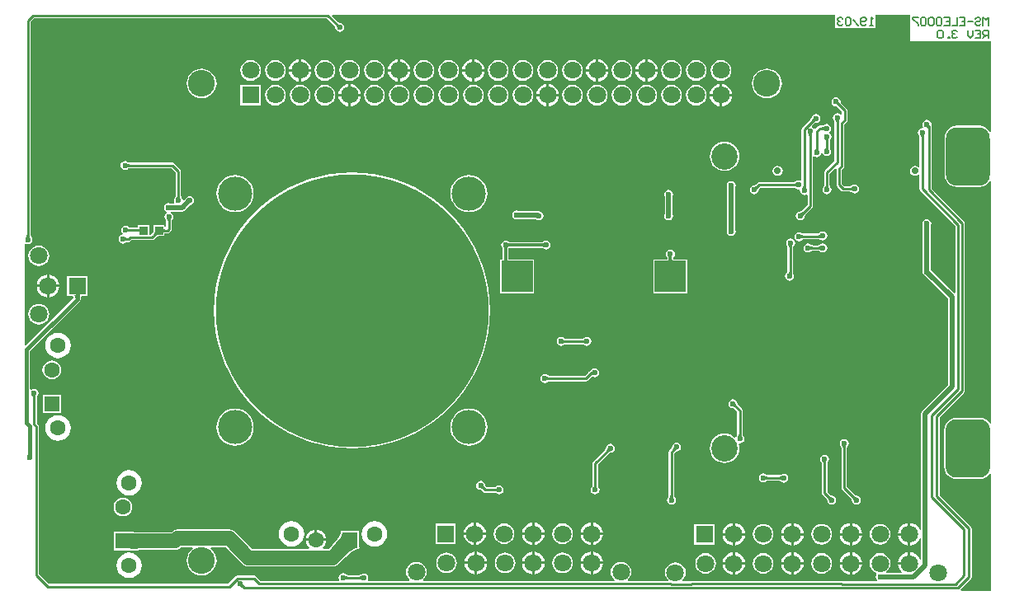
<source format=gbl>
G04*
G04 #@! TF.GenerationSoftware,Altium Limited,Altium Designer,19.0.14 (431)*
G04*
G04 Layer_Physical_Order=2*
G04 Layer_Color=16711680*
%FSLAX25Y25*%
%MOIN*%
G70*
G01*
G75*
%ADD10C,0.00984*%
%ADD12C,0.01000*%
%ADD14C,0.00591*%
%ADD15R,0.03347X0.03347*%
%ADD80C,0.01968*%
%ADD81C,0.01181*%
%ADD82C,0.01575*%
%ADD85C,0.05906*%
G04:AMPARAMS|DCode=86|XSize=177.17mil|YSize=236.22mil|CornerRadius=44.29mil|HoleSize=0mil|Usage=FLASHONLY|Rotation=0.000|XOffset=0mil|YOffset=0mil|HoleType=Round|Shape=RoundedRectangle|*
%AMROUNDEDRECTD86*
21,1,0.17717,0.14764,0,0,0.0*
21,1,0.08858,0.23622,0,0,0.0*
1,1,0.08858,0.04429,-0.07382*
1,1,0.08858,-0.04429,-0.07382*
1,1,0.08858,-0.04429,0.07382*
1,1,0.08858,0.04429,0.07382*
%
%ADD86ROUNDEDRECTD86*%
G04:AMPARAMS|DCode=87|XSize=181.1mil|YSize=236.22mil|CornerRadius=45.28mil|HoleSize=0mil|Usage=FLASHONLY|Rotation=0.000|XOffset=0mil|YOffset=0mil|HoleType=Round|Shape=RoundedRectangle|*
%AMROUNDEDRECTD87*
21,1,0.18110,0.14567,0,0,0.0*
21,1,0.09055,0.23622,0,0,0.0*
1,1,0.09055,0.04528,-0.07284*
1,1,0.09055,-0.04528,-0.07284*
1,1,0.09055,-0.04528,0.07284*
1,1,0.09055,0.04528,0.07284*
%
%ADD87ROUNDEDRECTD87*%
%ADD88R,0.06299X0.06299*%
%ADD89C,0.06299*%
%ADD90R,0.07087X0.07087*%
%ADD91C,0.07087*%
%ADD92C,0.02756*%
%ADD93C,1.10236*%
%ADD94C,0.13780*%
%ADD95R,0.06299X0.06299*%
%ADD96R,0.07087X0.07087*%
%ADD97C,0.10827*%
%ADD98C,0.10630*%
%ADD99C,0.02362*%
%ADD100R,0.12520X0.12520*%
%ADD101R,0.15590X0.15590*%
G36*
X128111Y230857D02*
X128199Y230784D01*
X128287Y230719D01*
X128376Y230663D01*
X128466Y230616D01*
X128556Y230578D01*
X128647Y230548D01*
X128739Y230527D01*
X128832Y230515D01*
X128925Y230512D01*
X127756Y229343D01*
X127752Y229436D01*
X127740Y229528D01*
X127719Y229620D01*
X127690Y229712D01*
X127652Y229802D01*
X127604Y229892D01*
X127549Y229981D01*
X127484Y230069D01*
X127411Y230156D01*
X127329Y230243D01*
X128025Y230939D01*
X128111Y230857D01*
D02*
G37*
G36*
X328832Y234589D02*
Y229103D01*
X345381D01*
Y234589D01*
X359290D01*
Y223907D01*
X392070D01*
Y187581D01*
X391593Y187218D01*
X391569Y187219D01*
X390792Y188233D01*
X389741Y189039D01*
X388518Y189545D01*
X387205Y189718D01*
X378346D01*
X377034Y189545D01*
X375810Y189039D01*
X374760Y188233D01*
X373954Y187182D01*
X373447Y185959D01*
X373274Y184646D01*
Y169882D01*
X373447Y168569D01*
X373954Y167346D01*
X374760Y166295D01*
X375810Y165489D01*
X377034Y164982D01*
X378346Y164809D01*
X387205D01*
X388518Y164982D01*
X389741Y165489D01*
X390792Y166295D01*
X391569Y167309D01*
X391593Y167309D01*
X392070Y166947D01*
X392070Y69470D01*
X391569Y69300D01*
X390960Y70094D01*
X389889Y70916D01*
X388642Y71433D01*
X387303Y71609D01*
X378248D01*
X376909Y71433D01*
X375662Y70916D01*
X374591Y70094D01*
X373769Y69023D01*
X373252Y67776D01*
X373076Y66437D01*
Y51870D01*
X373252Y50532D01*
X373769Y49284D01*
X374591Y48213D01*
X375662Y47391D01*
X376909Y46874D01*
X378248Y46698D01*
X387303D01*
X388642Y46874D01*
X389889Y47391D01*
X390960Y48213D01*
X391569Y49007D01*
X392070Y48837D01*
Y1631D01*
X379897D01*
X379690Y2131D01*
X383858Y6299D01*
X384100Y6661D01*
X384184Y7087D01*
Y26650D01*
X384184Y26650D01*
X384100Y27076D01*
X383858Y27437D01*
X371192Y40103D01*
Y71708D01*
X381112Y81627D01*
X381112Y81627D01*
X381353Y81989D01*
X381438Y82415D01*
X381438Y82415D01*
Y150262D01*
X381438Y150262D01*
X381353Y150689D01*
X381112Y151050D01*
X368043Y164119D01*
Y188533D01*
X368069Y188613D01*
X368043Y188932D01*
Y189379D01*
X367981Y189689D01*
X367957Y189982D01*
X367939Y190018D01*
X367967Y190157D01*
X367829Y190852D01*
X367435Y191442D01*
X366846Y191835D01*
X366151Y191973D01*
X365456Y191835D01*
X364867Y191442D01*
X364473Y190852D01*
X364335Y190157D01*
X364473Y189462D01*
X364673Y189163D01*
X364373Y188713D01*
X364261Y188735D01*
X363566Y188597D01*
X362977Y188203D01*
X362583Y187614D01*
X362445Y186919D01*
X362583Y186224D01*
X362934Y185699D01*
X362959Y185633D01*
X363001Y185587D01*
X363021Y185561D01*
X363040Y185532D01*
X363057Y185498D01*
X363073Y185458D01*
X363088Y185411D01*
X363101Y185355D01*
X363110Y185291D01*
X363117Y185218D01*
X363120Y185118D01*
X363148Y185056D01*
Y173013D01*
X362648Y172849D01*
X362091Y173222D01*
X361319Y173375D01*
X360547Y173222D01*
X359893Y172784D01*
X359456Y172130D01*
X359302Y171358D01*
X359456Y170587D01*
X359893Y169932D01*
X360547Y169495D01*
X361319Y169342D01*
X362091Y169495D01*
X362648Y169867D01*
X363148Y169703D01*
Y164085D01*
X363232Y163659D01*
X363474Y163298D01*
X377627Y149145D01*
Y122117D01*
X377127Y121910D01*
X367841Y131195D01*
X367819Y131305D01*
X367708Y131472D01*
Y149285D01*
X367721Y149305D01*
X367859Y150000D01*
X367721Y150695D01*
X367327Y151284D01*
X366738Y151678D01*
X366043Y151816D01*
X365348Y151678D01*
X364759Y151284D01*
X364366Y150695D01*
X364227Y150000D01*
X364366Y149305D01*
X364477Y149138D01*
Y131325D01*
X364464Y131305D01*
X364326Y130610D01*
X364464Y129915D01*
X364858Y129326D01*
X365447Y128932D01*
X365557Y128911D01*
X374655Y119813D01*
Y84884D01*
X364212Y74441D01*
X363862Y73918D01*
X363739Y73299D01*
Y26109D01*
X363239Y26010D01*
X362945Y26720D01*
X362217Y27669D01*
X361268Y28397D01*
X360162Y28855D01*
X359476Y28945D01*
Y24429D01*
Y19912D01*
X360162Y20002D01*
X361268Y20460D01*
X362217Y21188D01*
X362945Y22137D01*
X363239Y22847D01*
X363739Y22748D01*
Y14298D01*
X363239Y14199D01*
X362945Y14909D01*
X362217Y15858D01*
X361268Y16586D01*
X360162Y17044D01*
X359476Y17134D01*
Y12618D01*
X358976D01*
Y12118D01*
X354460D01*
X354550Y11432D01*
X355008Y10326D01*
X355736Y9377D01*
X355999Y9175D01*
X355838Y8702D01*
X349690D01*
X349520Y9202D01*
X350120Y9663D01*
X350784Y10528D01*
X351202Y11536D01*
X351344Y12618D01*
X351202Y13699D01*
X350784Y14707D01*
X350120Y15573D01*
X349255Y16237D01*
X348247Y16654D01*
X347165Y16797D01*
X346084Y16654D01*
X345076Y16237D01*
X344210Y15573D01*
X343546Y14707D01*
X343129Y13699D01*
X342986Y12618D01*
X343129Y11536D01*
X343546Y10528D01*
X344210Y9663D01*
X345076Y8998D01*
X345662Y8756D01*
X345695Y8713D01*
X345814Y8152D01*
X345566Y7782D01*
X345428Y7087D01*
X345566Y6392D01*
X345898Y5895D01*
X345791Y5559D01*
X345677Y5395D01*
X331978D01*
X331634Y5463D01*
X271141D01*
X270796Y5395D01*
X267482D01*
X267321Y5868D01*
X267443Y5962D01*
X268107Y6827D01*
X268525Y7835D01*
X268667Y8917D01*
X268525Y9999D01*
X268107Y11006D01*
X267443Y11872D01*
X266578Y12536D01*
X265570Y12954D01*
X264488Y13096D01*
X263407Y12954D01*
X262399Y12536D01*
X261533Y11872D01*
X260869Y11006D01*
X260452Y9999D01*
X260309Y8917D01*
X260452Y7835D01*
X260869Y6827D01*
X261533Y5962D01*
X261578Y5927D01*
X261418Y5454D01*
X245377D01*
X245208Y5954D01*
X245475Y6159D01*
X246139Y7024D01*
X246556Y8032D01*
X246699Y9114D01*
X246556Y10195D01*
X246139Y11203D01*
X245475Y12069D01*
X244609Y12733D01*
X243601Y13150D01*
X242520Y13293D01*
X241438Y13150D01*
X240430Y12733D01*
X239565Y12069D01*
X238900Y11203D01*
X238483Y10195D01*
X238341Y9114D01*
X238483Y8032D01*
X238900Y7024D01*
X239565Y6159D01*
X239832Y5954D01*
X239662Y5454D01*
X162700D01*
X162530Y5954D01*
X162798Y6159D01*
X163462Y7024D01*
X163879Y8032D01*
X164022Y9114D01*
X163879Y10195D01*
X163462Y11203D01*
X162798Y12069D01*
X161932Y12733D01*
X160924Y13150D01*
X159843Y13293D01*
X158761Y13150D01*
X157753Y12733D01*
X156887Y12069D01*
X156223Y11203D01*
X155806Y10195D01*
X155664Y9114D01*
X155806Y8032D01*
X156223Y7024D01*
X156887Y6159D01*
X157155Y5954D01*
X156985Y5454D01*
X140427D01*
X140191Y5895D01*
X140260Y5998D01*
X140399Y6693D01*
X140260Y7388D01*
X139867Y7977D01*
X139278Y8371D01*
X138583Y8509D01*
X137888Y8371D01*
X137543Y8140D01*
X137421Y8107D01*
X137369Y8067D01*
X137336Y8045D01*
X137299Y8025D01*
X137256Y8006D01*
X137208Y7989D01*
X137153Y7974D01*
X137090Y7962D01*
X137020Y7952D01*
X136943Y7946D01*
X136841Y7943D01*
X136778Y7915D01*
X132208D01*
X132162Y7940D01*
X132139Y7933D01*
X132116Y7943D01*
X132018Y7946D01*
X131948Y7953D01*
X131890Y7963D01*
X131842Y7975D01*
X131802Y7988D01*
X131772Y8003D01*
X131747Y8017D01*
X131726Y8032D01*
X131708Y8048D01*
X131669Y8092D01*
X131603Y8123D01*
X131555Y8195D01*
X130965Y8589D01*
X130271Y8727D01*
X129576Y8589D01*
X128986Y8195D01*
X128593Y7606D01*
X128454Y6911D01*
X128593Y6216D01*
X128768Y5954D01*
X128501Y5454D01*
X96908D01*
X94961Y7401D01*
X94600Y7642D01*
X94174Y7727D01*
X87641D01*
X87641Y7727D01*
X87215Y7642D01*
X86854Y7401D01*
X83815Y4361D01*
X11386D01*
X7355Y8393D01*
Y68035D01*
X7270Y68461D01*
X7029Y68822D01*
X7029Y68822D01*
X6553Y69298D01*
Y79544D01*
X6581Y79606D01*
X6583Y79706D01*
X6590Y79779D01*
X6600Y79843D01*
X6612Y79899D01*
X6627Y79946D01*
X6643Y79986D01*
X6661Y80020D01*
X6679Y80050D01*
X6699Y80076D01*
X6742Y80122D01*
X6766Y80187D01*
X7117Y80712D01*
X7255Y81407D01*
X7117Y82102D01*
X6723Y82691D01*
X6134Y83085D01*
X5439Y83223D01*
X4744Y83085D01*
X4307Y82792D01*
X3807Y83001D01*
Y98558D01*
X23835Y118586D01*
X24142Y119045D01*
X24249Y119587D01*
Y119631D01*
X24271Y119680D01*
X24279Y119959D01*
X24298Y120182D01*
X24328Y120362D01*
X24364Y120497D01*
X24400Y120584D01*
X24422Y120620D01*
X24477Y120626D01*
X24540Y120660D01*
X26978D01*
Y128946D01*
X18691D01*
Y120660D01*
X21129D01*
X21192Y120626D01*
X21247Y120620D01*
X21269Y120584D01*
X21305Y120497D01*
X21341Y120362D01*
X21371Y120182D01*
X21376Y120128D01*
X2093Y100846D01*
X1631Y101037D01*
X1631Y141742D01*
X2131Y142009D01*
X2258Y141925D01*
X2953Y141786D01*
X3648Y141925D01*
X4237Y142318D01*
X4631Y142907D01*
X4769Y143602D01*
X4631Y144297D01*
X4280Y144822D01*
X4255Y144888D01*
X4213Y144934D01*
X4193Y144960D01*
X4174Y144989D01*
X4157Y145023D01*
X4141Y145063D01*
X4126Y145111D01*
X4113Y145166D01*
X4103Y145230D01*
X4097Y145303D01*
X4094Y145403D01*
X4066Y145465D01*
Y231822D01*
X5382Y233138D01*
X123555D01*
X126832Y229860D01*
X126857Y229797D01*
X126925Y229724D01*
X126972Y229668D01*
X127011Y229616D01*
X127041Y229568D01*
X127064Y229524D01*
X127081Y229484D01*
X127093Y229448D01*
X127100Y229414D01*
X127105Y229382D01*
X127107Y229319D01*
X127136Y229255D01*
X127259Y228636D01*
X127653Y228047D01*
X128242Y227653D01*
X128937Y227515D01*
X129632Y227653D01*
X130221Y228047D01*
X130615Y228636D01*
X130753Y229331D01*
X130615Y230026D01*
X130221Y230615D01*
X129632Y231009D01*
X129013Y231132D01*
X128949Y231161D01*
X128886Y231163D01*
X128854Y231167D01*
X128820Y231175D01*
X128784Y231187D01*
X128744Y231204D01*
X128700Y231227D01*
X128652Y231257D01*
X128600Y231295D01*
X128543Y231342D01*
X128471Y231411D01*
X128407Y231435D01*
X125715Y234127D01*
X125907Y234589D01*
X328832Y234589D01*
D02*
G37*
G36*
X367421Y188560D02*
X366437Y188303D01*
X366434Y188428D01*
X366423Y188540D01*
X366405Y188639D01*
X366381Y188726D01*
X366349Y188800D01*
X366310Y188861D01*
X366264Y188909D01*
X366212Y188945D01*
X366152Y188968D01*
X366085Y188978D01*
X367310Y189930D01*
X367421Y188560D01*
D02*
G37*
G36*
X365024Y186007D02*
X364967Y185933D01*
X364917Y185853D01*
X364874Y185768D01*
X364837Y185677D01*
X364807Y185580D01*
X364783Y185478D01*
X364767Y185370D01*
X364757Y185256D01*
X364753Y185137D01*
X363769D01*
X363766Y185256D01*
X363756Y185370D01*
X363739Y185478D01*
X363715Y185580D01*
X363685Y185677D01*
X363649Y185768D01*
X363605Y185853D01*
X363555Y185933D01*
X363498Y186007D01*
X363434Y186075D01*
X365088D01*
X365024Y186007D01*
D02*
G37*
G36*
X3448Y145265D02*
X3458Y145152D01*
X3475Y145044D01*
X3498Y144941D01*
X3528Y144845D01*
X3565Y144754D01*
X3609Y144668D01*
X3659Y144588D01*
X3716Y144514D01*
X3779Y144446D01*
X2126D01*
X2190Y144514D01*
X2246Y144588D01*
X2297Y144668D01*
X2340Y144754D01*
X2377Y144845D01*
X2407Y144941D01*
X2431Y145044D01*
X2447Y145152D01*
X2457Y145265D01*
X2461Y145385D01*
X3445D01*
X3448Y145265D01*
D02*
G37*
G36*
X24260Y121256D02*
X24126Y121209D01*
X24008Y121130D01*
X23905Y121020D01*
X23819Y120878D01*
X23748Y120705D01*
X23693Y120500D01*
X23654Y120264D01*
X23630Y119996D01*
X23622Y119697D01*
X22047D01*
X22039Y119996D01*
X22016Y120264D01*
X21976Y120500D01*
X21921Y120705D01*
X21850Y120878D01*
X21764Y121020D01*
X21661Y121130D01*
X21543Y121209D01*
X21409Y121256D01*
X21260Y121272D01*
X24409D01*
X24260Y121256D01*
D02*
G37*
G36*
X6202Y80495D02*
X6146Y80421D01*
X6095Y80341D01*
X6052Y80256D01*
X6015Y80165D01*
X5985Y80068D01*
X5962Y79966D01*
X5945Y79858D01*
X5935Y79744D01*
X5931Y79625D01*
X4947D01*
X4944Y79744D01*
X4934Y79858D01*
X4917Y79966D01*
X4894Y80068D01*
X4863Y80165D01*
X4827Y80256D01*
X4783Y80341D01*
X4733Y80421D01*
X4676Y80495D01*
X4612Y80564D01*
X6266D01*
X6202Y80495D01*
D02*
G37*
G36*
X4468Y56355D02*
X2815D01*
X2822Y56370D01*
X2829Y56397D01*
X2835Y56439D01*
X2844Y56561D01*
X2854Y56966D01*
X2854Y57101D01*
X4429D01*
X4468Y56355D01*
D02*
G37*
G36*
X131249Y7588D02*
X131317Y7526D01*
X131392Y7472D01*
X131474Y7424D01*
X131562Y7385D01*
X131656Y7352D01*
X131756Y7327D01*
X131863Y7309D01*
X131977Y7298D01*
X132097Y7294D01*
X131996Y6310D01*
X131877Y6307D01*
X131763Y6298D01*
X131654Y6283D01*
X131550Y6262D01*
X131451Y6235D01*
X131358Y6202D01*
X131269Y6163D01*
X131186Y6118D01*
X131107Y6067D01*
X131034Y6010D01*
X131187Y7656D01*
X131249Y7588D01*
D02*
G37*
G36*
X137666Y5948D02*
X137604Y6016D01*
X137536Y6078D01*
X137461Y6132D01*
X137379Y6179D01*
X137292Y6219D01*
X137197Y6252D01*
X137097Y6277D01*
X136990Y6295D01*
X136877Y6306D01*
X136757Y6310D01*
X136857Y7294D01*
X136976Y7297D01*
X137090Y7306D01*
X137199Y7321D01*
X137303Y7342D01*
X137402Y7369D01*
X137495Y7402D01*
X137584Y7441D01*
X137667Y7486D01*
X137746Y7537D01*
X137819Y7594D01*
X137666Y5948D01*
D02*
G37*
G36*
X89767Y4235D02*
X89779Y4142D01*
X89800Y4050D01*
X89830Y3959D01*
X89868Y3869D01*
X89915Y3779D01*
X89971Y3690D01*
X90036Y3602D01*
X90109Y3515D01*
X90191Y3428D01*
X89495Y2732D01*
X89408Y2814D01*
X89321Y2887D01*
X89232Y2952D01*
X89144Y3008D01*
X89054Y3055D01*
X88964Y3093D01*
X88872Y3123D01*
X88780Y3144D01*
X88688Y3156D01*
X88595Y3159D01*
X89764Y4328D01*
X89767Y4235D01*
D02*
G37*
%LPC*%
G36*
X253394Y216485D02*
Y212469D01*
X257410D01*
X257320Y213155D01*
X256862Y214260D01*
X256134Y215209D01*
X255185Y215937D01*
X254080Y216395D01*
X253394Y216485D01*
D02*
G37*
G36*
X252394D02*
X251708Y216395D01*
X250602Y215937D01*
X249653Y215209D01*
X248925Y214260D01*
X248467Y213155D01*
X248377Y212469D01*
X252394D01*
Y216485D01*
D02*
G37*
G36*
X233394D02*
Y212469D01*
X237410D01*
X237320Y213155D01*
X236862Y214260D01*
X236134Y215209D01*
X235185Y215937D01*
X234080Y216395D01*
X233394Y216485D01*
D02*
G37*
G36*
X232394D02*
X231708Y216395D01*
X230602Y215937D01*
X229653Y215209D01*
X228925Y214260D01*
X228467Y213155D01*
X228377Y212469D01*
X232394D01*
Y216485D01*
D02*
G37*
G36*
X183394D02*
Y212469D01*
X187410D01*
X187320Y213155D01*
X186862Y214260D01*
X186134Y215209D01*
X185185Y215937D01*
X184080Y216395D01*
X183394Y216485D01*
D02*
G37*
G36*
X182394D02*
X181708Y216395D01*
X180602Y215937D01*
X179653Y215209D01*
X178925Y214260D01*
X178467Y213155D01*
X178377Y212469D01*
X182394D01*
Y216485D01*
D02*
G37*
G36*
X153394D02*
Y212469D01*
X157410D01*
X157320Y213155D01*
X156862Y214260D01*
X156134Y215209D01*
X155185Y215937D01*
X154080Y216395D01*
X153394Y216485D01*
D02*
G37*
G36*
X152394D02*
X151708Y216395D01*
X150602Y215937D01*
X149653Y215209D01*
X148925Y214260D01*
X148467Y213155D01*
X148377Y212469D01*
X152394D01*
Y216485D01*
D02*
G37*
G36*
X113394D02*
Y212469D01*
X117410D01*
X117320Y213155D01*
X116862Y214260D01*
X116134Y215209D01*
X115185Y215937D01*
X114080Y216395D01*
X113394Y216485D01*
D02*
G37*
G36*
X112394D02*
X111708Y216395D01*
X110602Y215937D01*
X109653Y215209D01*
X108925Y214260D01*
X108467Y213155D01*
X108377Y212469D01*
X112394D01*
Y216485D01*
D02*
G37*
G36*
X282894Y216148D02*
X281812Y216005D01*
X280804Y215588D01*
X279939Y214924D01*
X279275Y214058D01*
X278857Y213050D01*
X278715Y211968D01*
X278857Y210887D01*
X279275Y209879D01*
X279939Y209014D01*
X280804Y208349D01*
X281812Y207932D01*
X282894Y207789D01*
X283975Y207932D01*
X284983Y208349D01*
X285849Y209014D01*
X286513Y209879D01*
X286930Y210887D01*
X287073Y211968D01*
X286930Y213050D01*
X286513Y214058D01*
X285849Y214924D01*
X284983Y215588D01*
X283975Y216005D01*
X282894Y216148D01*
D02*
G37*
G36*
X272894D02*
X271812Y216005D01*
X270804Y215588D01*
X269939Y214924D01*
X269274Y214058D01*
X268857Y213050D01*
X268715Y211968D01*
X268857Y210887D01*
X269274Y209879D01*
X269939Y209014D01*
X270804Y208349D01*
X271812Y207932D01*
X272894Y207789D01*
X273975Y207932D01*
X274983Y208349D01*
X275849Y209014D01*
X276513Y209879D01*
X276930Y210887D01*
X277073Y211968D01*
X276930Y213050D01*
X276513Y214058D01*
X275849Y214924D01*
X274983Y215588D01*
X273975Y216005D01*
X272894Y216148D01*
D02*
G37*
G36*
X262894D02*
X261812Y216005D01*
X260804Y215588D01*
X259939Y214924D01*
X259275Y214058D01*
X258857Y213050D01*
X258715Y211968D01*
X258857Y210887D01*
X259275Y209879D01*
X259939Y209014D01*
X260804Y208349D01*
X261812Y207932D01*
X262894Y207789D01*
X263975Y207932D01*
X264983Y208349D01*
X265849Y209014D01*
X266513Y209879D01*
X266930Y210887D01*
X267073Y211968D01*
X266930Y213050D01*
X266513Y214058D01*
X265849Y214924D01*
X264983Y215588D01*
X263975Y216005D01*
X262894Y216148D01*
D02*
G37*
G36*
X242894D02*
X241812Y216005D01*
X240804Y215588D01*
X239939Y214924D01*
X239275Y214058D01*
X238857Y213050D01*
X238715Y211968D01*
X238857Y210887D01*
X239275Y209879D01*
X239939Y209014D01*
X240804Y208349D01*
X241812Y207932D01*
X242894Y207789D01*
X243975Y207932D01*
X244983Y208349D01*
X245849Y209014D01*
X246513Y209879D01*
X246930Y210887D01*
X247073Y211968D01*
X246930Y213050D01*
X246513Y214058D01*
X245849Y214924D01*
X244983Y215588D01*
X243975Y216005D01*
X242894Y216148D01*
D02*
G37*
G36*
X222894D02*
X221812Y216005D01*
X220804Y215588D01*
X219939Y214924D01*
X219274Y214058D01*
X218857Y213050D01*
X218715Y211968D01*
X218857Y210887D01*
X219274Y209879D01*
X219939Y209014D01*
X220804Y208349D01*
X221812Y207932D01*
X222894Y207789D01*
X223975Y207932D01*
X224983Y208349D01*
X225849Y209014D01*
X226513Y209879D01*
X226930Y210887D01*
X227073Y211968D01*
X226930Y213050D01*
X226513Y214058D01*
X225849Y214924D01*
X224983Y215588D01*
X223975Y216005D01*
X222894Y216148D01*
D02*
G37*
G36*
X212894D02*
X211812Y216005D01*
X210804Y215588D01*
X209939Y214924D01*
X209275Y214058D01*
X208857Y213050D01*
X208715Y211968D01*
X208857Y210887D01*
X209275Y209879D01*
X209939Y209014D01*
X210804Y208349D01*
X211812Y207932D01*
X212894Y207789D01*
X213975Y207932D01*
X214983Y208349D01*
X215849Y209014D01*
X216513Y209879D01*
X216930Y210887D01*
X217073Y211968D01*
X216930Y213050D01*
X216513Y214058D01*
X215849Y214924D01*
X214983Y215588D01*
X213975Y216005D01*
X212894Y216148D01*
D02*
G37*
G36*
X202894D02*
X201812Y216005D01*
X200804Y215588D01*
X199939Y214924D01*
X199275Y214058D01*
X198857Y213050D01*
X198715Y211968D01*
X198857Y210887D01*
X199275Y209879D01*
X199939Y209014D01*
X200804Y208349D01*
X201812Y207932D01*
X202894Y207789D01*
X203975Y207932D01*
X204983Y208349D01*
X205849Y209014D01*
X206513Y209879D01*
X206930Y210887D01*
X207073Y211968D01*
X206930Y213050D01*
X206513Y214058D01*
X205849Y214924D01*
X204983Y215588D01*
X203975Y216005D01*
X202894Y216148D01*
D02*
G37*
G36*
X192894D02*
X191812Y216005D01*
X190804Y215588D01*
X189939Y214924D01*
X189275Y214058D01*
X188857Y213050D01*
X188715Y211968D01*
X188857Y210887D01*
X189275Y209879D01*
X189939Y209014D01*
X190804Y208349D01*
X191812Y207932D01*
X192894Y207789D01*
X193975Y207932D01*
X194983Y208349D01*
X195849Y209014D01*
X196513Y209879D01*
X196930Y210887D01*
X197073Y211968D01*
X196930Y213050D01*
X196513Y214058D01*
X195849Y214924D01*
X194983Y215588D01*
X193975Y216005D01*
X192894Y216148D01*
D02*
G37*
G36*
X172894D02*
X171812Y216005D01*
X170804Y215588D01*
X169939Y214924D01*
X169274Y214058D01*
X168857Y213050D01*
X168715Y211968D01*
X168857Y210887D01*
X169274Y209879D01*
X169939Y209014D01*
X170804Y208349D01*
X171812Y207932D01*
X172894Y207789D01*
X173975Y207932D01*
X174983Y208349D01*
X175849Y209014D01*
X176513Y209879D01*
X176930Y210887D01*
X177073Y211968D01*
X176930Y213050D01*
X176513Y214058D01*
X175849Y214924D01*
X174983Y215588D01*
X173975Y216005D01*
X172894Y216148D01*
D02*
G37*
G36*
X162894D02*
X161812Y216005D01*
X160804Y215588D01*
X159939Y214924D01*
X159274Y214058D01*
X158857Y213050D01*
X158715Y211968D01*
X158857Y210887D01*
X159274Y209879D01*
X159939Y209014D01*
X160804Y208349D01*
X161812Y207932D01*
X162894Y207789D01*
X163975Y207932D01*
X164983Y208349D01*
X165849Y209014D01*
X166513Y209879D01*
X166930Y210887D01*
X167073Y211968D01*
X166930Y213050D01*
X166513Y214058D01*
X165849Y214924D01*
X164983Y215588D01*
X163975Y216005D01*
X162894Y216148D01*
D02*
G37*
G36*
X142894D02*
X141812Y216005D01*
X140804Y215588D01*
X139939Y214924D01*
X139275Y214058D01*
X138857Y213050D01*
X138715Y211968D01*
X138857Y210887D01*
X139275Y209879D01*
X139939Y209014D01*
X140804Y208349D01*
X141812Y207932D01*
X142894Y207789D01*
X143975Y207932D01*
X144983Y208349D01*
X145849Y209014D01*
X146513Y209879D01*
X146930Y210887D01*
X147073Y211968D01*
X146930Y213050D01*
X146513Y214058D01*
X145849Y214924D01*
X144983Y215588D01*
X143975Y216005D01*
X142894Y216148D01*
D02*
G37*
G36*
X132894D02*
X131812Y216005D01*
X130804Y215588D01*
X129939Y214924D01*
X129274Y214058D01*
X128857Y213050D01*
X128715Y211968D01*
X128857Y210887D01*
X129274Y209879D01*
X129939Y209014D01*
X130804Y208349D01*
X131812Y207932D01*
X132894Y207789D01*
X133975Y207932D01*
X134983Y208349D01*
X135849Y209014D01*
X136513Y209879D01*
X136930Y210887D01*
X137073Y211968D01*
X136930Y213050D01*
X136513Y214058D01*
X135849Y214924D01*
X134983Y215588D01*
X133975Y216005D01*
X132894Y216148D01*
D02*
G37*
G36*
X122894D02*
X121812Y216005D01*
X120804Y215588D01*
X119939Y214924D01*
X119274Y214058D01*
X118857Y213050D01*
X118715Y211968D01*
X118857Y210887D01*
X119274Y209879D01*
X119939Y209014D01*
X120804Y208349D01*
X121812Y207932D01*
X122894Y207789D01*
X123975Y207932D01*
X124983Y208349D01*
X125849Y209014D01*
X126513Y209879D01*
X126930Y210887D01*
X127073Y211968D01*
X126930Y213050D01*
X126513Y214058D01*
X125849Y214924D01*
X124983Y215588D01*
X123975Y216005D01*
X122894Y216148D01*
D02*
G37*
G36*
X102894D02*
X101812Y216005D01*
X100804Y215588D01*
X99939Y214924D01*
X99274Y214058D01*
X98857Y213050D01*
X98715Y211968D01*
X98857Y210887D01*
X99274Y209879D01*
X99939Y209014D01*
X100804Y208349D01*
X101812Y207932D01*
X102894Y207789D01*
X103975Y207932D01*
X104983Y208349D01*
X105849Y209014D01*
X106513Y209879D01*
X106930Y210887D01*
X107073Y211968D01*
X106930Y213050D01*
X106513Y214058D01*
X105849Y214924D01*
X104983Y215588D01*
X103975Y216005D01*
X102894Y216148D01*
D02*
G37*
G36*
X92894D02*
X91812Y216005D01*
X90804Y215588D01*
X89939Y214924D01*
X89275Y214058D01*
X88857Y213050D01*
X88715Y211968D01*
X88857Y210887D01*
X89275Y209879D01*
X89939Y209014D01*
X90804Y208349D01*
X91812Y207932D01*
X92894Y207789D01*
X93975Y207932D01*
X94983Y208349D01*
X95849Y209014D01*
X96513Y209879D01*
X96930Y210887D01*
X97073Y211968D01*
X96930Y213050D01*
X96513Y214058D01*
X95849Y214924D01*
X94983Y215588D01*
X93975Y216005D01*
X92894Y216148D01*
D02*
G37*
G36*
X257410Y211469D02*
X253394D01*
Y207452D01*
X254080Y207542D01*
X255185Y208000D01*
X256134Y208728D01*
X256862Y209677D01*
X257320Y210783D01*
X257410Y211469D01*
D02*
G37*
G36*
X252394D02*
X248377D01*
X248467Y210783D01*
X248925Y209677D01*
X249653Y208728D01*
X250602Y208000D01*
X251708Y207542D01*
X252394Y207452D01*
Y211469D01*
D02*
G37*
G36*
X237410D02*
X233394D01*
Y207452D01*
X234080Y207542D01*
X235185Y208000D01*
X236134Y208728D01*
X236862Y209677D01*
X237320Y210783D01*
X237410Y211469D01*
D02*
G37*
G36*
X232394D02*
X228377D01*
X228467Y210783D01*
X228925Y209677D01*
X229653Y208728D01*
X230602Y208000D01*
X231708Y207542D01*
X232394Y207452D01*
Y211469D01*
D02*
G37*
G36*
X187410D02*
X183394D01*
Y207452D01*
X184080Y207542D01*
X185185Y208000D01*
X186134Y208728D01*
X186862Y209677D01*
X187320Y210783D01*
X187410Y211469D01*
D02*
G37*
G36*
X182394D02*
X178377D01*
X178467Y210783D01*
X178925Y209677D01*
X179653Y208728D01*
X180602Y208000D01*
X181708Y207542D01*
X182394Y207452D01*
Y211469D01*
D02*
G37*
G36*
X157410D02*
X153394D01*
Y207452D01*
X154080Y207542D01*
X155185Y208000D01*
X156134Y208728D01*
X156862Y209677D01*
X157320Y210783D01*
X157410Y211469D01*
D02*
G37*
G36*
X152394D02*
X148377D01*
X148467Y210783D01*
X148925Y209677D01*
X149653Y208728D01*
X150602Y208000D01*
X151708Y207542D01*
X152394Y207452D01*
Y211469D01*
D02*
G37*
G36*
X117410D02*
X113394D01*
Y207452D01*
X114080Y207542D01*
X115185Y208000D01*
X116134Y208728D01*
X116862Y209677D01*
X117320Y210783D01*
X117410Y211469D01*
D02*
G37*
G36*
X112394D02*
X108377D01*
X108467Y210783D01*
X108925Y209677D01*
X109653Y208728D01*
X110602Y208000D01*
X111708Y207542D01*
X112394Y207452D01*
Y211469D01*
D02*
G37*
G36*
X283394Y206485D02*
Y202468D01*
X287410D01*
X287320Y203154D01*
X286862Y204260D01*
X286134Y205209D01*
X285185Y205937D01*
X284080Y206395D01*
X283394Y206485D01*
D02*
G37*
G36*
X282394D02*
X281708Y206395D01*
X280602Y205937D01*
X279653Y205209D01*
X278925Y204260D01*
X278467Y203154D01*
X278377Y202468D01*
X282394D01*
Y206485D01*
D02*
G37*
G36*
X213394D02*
Y202468D01*
X217410D01*
X217320Y203154D01*
X216862Y204260D01*
X216134Y205209D01*
X215185Y205937D01*
X214080Y206395D01*
X213394Y206485D01*
D02*
G37*
G36*
X212394D02*
X211708Y206395D01*
X210602Y205937D01*
X209653Y205209D01*
X208925Y204260D01*
X208467Y203154D01*
X208377Y202468D01*
X212394D01*
Y206485D01*
D02*
G37*
G36*
X133394D02*
Y202468D01*
X137410D01*
X137320Y203154D01*
X136862Y204260D01*
X136134Y205209D01*
X135185Y205937D01*
X134080Y206395D01*
X133394Y206485D01*
D02*
G37*
G36*
X132394D02*
X131708Y206395D01*
X130602Y205937D01*
X129653Y205209D01*
X128925Y204260D01*
X128467Y203154D01*
X128377Y202468D01*
X132394D01*
Y206485D01*
D02*
G37*
G36*
X301476Y212735D02*
X300298Y212619D01*
X299164Y212275D01*
X298119Y211717D01*
X297204Y210966D01*
X296452Y210050D01*
X295894Y209005D01*
X295550Y207872D01*
X295434Y206693D01*
X295550Y205514D01*
X295894Y204381D01*
X296452Y203336D01*
X297204Y202420D01*
X298119Y201669D01*
X299164Y201110D01*
X300298Y200766D01*
X301476Y200650D01*
X302655Y200766D01*
X303789Y201110D01*
X304833Y201669D01*
X305749Y202420D01*
X306501Y203336D01*
X307059Y204381D01*
X307403Y205514D01*
X307519Y206693D01*
X307403Y207872D01*
X307059Y209005D01*
X306501Y210050D01*
X305749Y210966D01*
X304833Y211717D01*
X303789Y212275D01*
X302655Y212619D01*
X301476Y212735D01*
D02*
G37*
G36*
X73130D02*
X71951Y212619D01*
X70818Y212275D01*
X69773Y211717D01*
X68857Y210966D01*
X68106Y210050D01*
X67547Y209005D01*
X67203Y207872D01*
X67087Y206693D01*
X67203Y205514D01*
X67547Y204381D01*
X68106Y203336D01*
X68857Y202420D01*
X69773Y201669D01*
X70818Y201110D01*
X71951Y200766D01*
X73130Y200650D01*
X74309Y200766D01*
X75442Y201110D01*
X76487Y201669D01*
X77403Y202420D01*
X78154Y203336D01*
X78712Y204381D01*
X79056Y205514D01*
X79172Y206693D01*
X79056Y207872D01*
X78712Y209005D01*
X78154Y210050D01*
X77403Y210966D01*
X76487Y211717D01*
X75442Y212275D01*
X74309Y212619D01*
X73130Y212735D01*
D02*
G37*
G36*
X97037Y206112D02*
X88750D01*
Y197825D01*
X97037D01*
Y206112D01*
D02*
G37*
G36*
X272894Y206148D02*
X271812Y206005D01*
X270804Y205588D01*
X269939Y204924D01*
X269274Y204058D01*
X268857Y203050D01*
X268715Y201969D01*
X268857Y200887D01*
X269274Y199879D01*
X269939Y199013D01*
X270804Y198349D01*
X271812Y197932D01*
X272894Y197790D01*
X273975Y197932D01*
X274983Y198349D01*
X275849Y199013D01*
X276513Y199879D01*
X276930Y200887D01*
X277073Y201969D01*
X276930Y203050D01*
X276513Y204058D01*
X275849Y204924D01*
X274983Y205588D01*
X273975Y206005D01*
X272894Y206148D01*
D02*
G37*
G36*
X262894D02*
X261812Y206005D01*
X260804Y205588D01*
X259939Y204924D01*
X259275Y204058D01*
X258857Y203050D01*
X258715Y201969D01*
X258857Y200887D01*
X259275Y199879D01*
X259939Y199013D01*
X260804Y198349D01*
X261812Y197932D01*
X262894Y197790D01*
X263975Y197932D01*
X264983Y198349D01*
X265849Y199013D01*
X266513Y199879D01*
X266930Y200887D01*
X267073Y201969D01*
X266930Y203050D01*
X266513Y204058D01*
X265849Y204924D01*
X264983Y205588D01*
X263975Y206005D01*
X262894Y206148D01*
D02*
G37*
G36*
X252894D02*
X251812Y206005D01*
X250804Y205588D01*
X249939Y204924D01*
X249274Y204058D01*
X248857Y203050D01*
X248715Y201969D01*
X248857Y200887D01*
X249274Y199879D01*
X249939Y199013D01*
X250804Y198349D01*
X251812Y197932D01*
X252894Y197790D01*
X253975Y197932D01*
X254983Y198349D01*
X255849Y199013D01*
X256513Y199879D01*
X256930Y200887D01*
X257073Y201969D01*
X256930Y203050D01*
X256513Y204058D01*
X255849Y204924D01*
X254983Y205588D01*
X253975Y206005D01*
X252894Y206148D01*
D02*
G37*
G36*
X242894D02*
X241812Y206005D01*
X240804Y205588D01*
X239939Y204924D01*
X239275Y204058D01*
X238857Y203050D01*
X238715Y201969D01*
X238857Y200887D01*
X239275Y199879D01*
X239939Y199013D01*
X240804Y198349D01*
X241812Y197932D01*
X242894Y197790D01*
X243975Y197932D01*
X244983Y198349D01*
X245849Y199013D01*
X246513Y199879D01*
X246930Y200887D01*
X247073Y201969D01*
X246930Y203050D01*
X246513Y204058D01*
X245849Y204924D01*
X244983Y205588D01*
X243975Y206005D01*
X242894Y206148D01*
D02*
G37*
G36*
X232894D02*
X231812Y206005D01*
X230804Y205588D01*
X229939Y204924D01*
X229275Y204058D01*
X228857Y203050D01*
X228715Y201969D01*
X228857Y200887D01*
X229275Y199879D01*
X229939Y199013D01*
X230804Y198349D01*
X231812Y197932D01*
X232894Y197790D01*
X233975Y197932D01*
X234983Y198349D01*
X235849Y199013D01*
X236513Y199879D01*
X236930Y200887D01*
X237073Y201969D01*
X236930Y203050D01*
X236513Y204058D01*
X235849Y204924D01*
X234983Y205588D01*
X233975Y206005D01*
X232894Y206148D01*
D02*
G37*
G36*
X222894D02*
X221812Y206005D01*
X220804Y205588D01*
X219939Y204924D01*
X219274Y204058D01*
X218857Y203050D01*
X218715Y201969D01*
X218857Y200887D01*
X219274Y199879D01*
X219939Y199013D01*
X220804Y198349D01*
X221812Y197932D01*
X222894Y197790D01*
X223975Y197932D01*
X224983Y198349D01*
X225849Y199013D01*
X226513Y199879D01*
X226930Y200887D01*
X227073Y201969D01*
X226930Y203050D01*
X226513Y204058D01*
X225849Y204924D01*
X224983Y205588D01*
X223975Y206005D01*
X222894Y206148D01*
D02*
G37*
G36*
X202894D02*
X201812Y206005D01*
X200804Y205588D01*
X199939Y204924D01*
X199275Y204058D01*
X198857Y203050D01*
X198715Y201969D01*
X198857Y200887D01*
X199275Y199879D01*
X199939Y199013D01*
X200804Y198349D01*
X201812Y197932D01*
X202894Y197790D01*
X203975Y197932D01*
X204983Y198349D01*
X205849Y199013D01*
X206513Y199879D01*
X206930Y200887D01*
X207073Y201969D01*
X206930Y203050D01*
X206513Y204058D01*
X205849Y204924D01*
X204983Y205588D01*
X203975Y206005D01*
X202894Y206148D01*
D02*
G37*
G36*
X192894D02*
X191812Y206005D01*
X190804Y205588D01*
X189939Y204924D01*
X189275Y204058D01*
X188857Y203050D01*
X188715Y201969D01*
X188857Y200887D01*
X189275Y199879D01*
X189939Y199013D01*
X190804Y198349D01*
X191812Y197932D01*
X192894Y197790D01*
X193975Y197932D01*
X194983Y198349D01*
X195849Y199013D01*
X196513Y199879D01*
X196930Y200887D01*
X197073Y201969D01*
X196930Y203050D01*
X196513Y204058D01*
X195849Y204924D01*
X194983Y205588D01*
X193975Y206005D01*
X192894Y206148D01*
D02*
G37*
G36*
X182894D02*
X181812Y206005D01*
X180804Y205588D01*
X179939Y204924D01*
X179274Y204058D01*
X178857Y203050D01*
X178715Y201969D01*
X178857Y200887D01*
X179274Y199879D01*
X179939Y199013D01*
X180804Y198349D01*
X181812Y197932D01*
X182894Y197790D01*
X183975Y197932D01*
X184983Y198349D01*
X185849Y199013D01*
X186513Y199879D01*
X186930Y200887D01*
X187073Y201969D01*
X186930Y203050D01*
X186513Y204058D01*
X185849Y204924D01*
X184983Y205588D01*
X183975Y206005D01*
X182894Y206148D01*
D02*
G37*
G36*
X172894D02*
X171812Y206005D01*
X170804Y205588D01*
X169939Y204924D01*
X169274Y204058D01*
X168857Y203050D01*
X168715Y201969D01*
X168857Y200887D01*
X169274Y199879D01*
X169939Y199013D01*
X170804Y198349D01*
X171812Y197932D01*
X172894Y197790D01*
X173975Y197932D01*
X174983Y198349D01*
X175849Y199013D01*
X176513Y199879D01*
X176930Y200887D01*
X177073Y201969D01*
X176930Y203050D01*
X176513Y204058D01*
X175849Y204924D01*
X174983Y205588D01*
X173975Y206005D01*
X172894Y206148D01*
D02*
G37*
G36*
X162894D02*
X161812Y206005D01*
X160804Y205588D01*
X159939Y204924D01*
X159274Y204058D01*
X158857Y203050D01*
X158715Y201969D01*
X158857Y200887D01*
X159274Y199879D01*
X159939Y199013D01*
X160804Y198349D01*
X161812Y197932D01*
X162894Y197790D01*
X163975Y197932D01*
X164983Y198349D01*
X165849Y199013D01*
X166513Y199879D01*
X166930Y200887D01*
X167073Y201969D01*
X166930Y203050D01*
X166513Y204058D01*
X165849Y204924D01*
X164983Y205588D01*
X163975Y206005D01*
X162894Y206148D01*
D02*
G37*
G36*
X152894D02*
X151812Y206005D01*
X150804Y205588D01*
X149939Y204924D01*
X149275Y204058D01*
X148857Y203050D01*
X148715Y201969D01*
X148857Y200887D01*
X149275Y199879D01*
X149939Y199013D01*
X150804Y198349D01*
X151812Y197932D01*
X152894Y197790D01*
X153975Y197932D01*
X154983Y198349D01*
X155849Y199013D01*
X156513Y199879D01*
X156930Y200887D01*
X157073Y201969D01*
X156930Y203050D01*
X156513Y204058D01*
X155849Y204924D01*
X154983Y205588D01*
X153975Y206005D01*
X152894Y206148D01*
D02*
G37*
G36*
X142894D02*
X141812Y206005D01*
X140804Y205588D01*
X139939Y204924D01*
X139275Y204058D01*
X138857Y203050D01*
X138715Y201969D01*
X138857Y200887D01*
X139275Y199879D01*
X139939Y199013D01*
X140804Y198349D01*
X141812Y197932D01*
X142894Y197790D01*
X143975Y197932D01*
X144983Y198349D01*
X145849Y199013D01*
X146513Y199879D01*
X146930Y200887D01*
X147073Y201969D01*
X146930Y203050D01*
X146513Y204058D01*
X145849Y204924D01*
X144983Y205588D01*
X143975Y206005D01*
X142894Y206148D01*
D02*
G37*
G36*
X122894D02*
X121812Y206005D01*
X120804Y205588D01*
X119939Y204924D01*
X119274Y204058D01*
X118857Y203050D01*
X118715Y201969D01*
X118857Y200887D01*
X119274Y199879D01*
X119939Y199013D01*
X120804Y198349D01*
X121812Y197932D01*
X122894Y197790D01*
X123975Y197932D01*
X124983Y198349D01*
X125849Y199013D01*
X126513Y199879D01*
X126930Y200887D01*
X127073Y201969D01*
X126930Y203050D01*
X126513Y204058D01*
X125849Y204924D01*
X124983Y205588D01*
X123975Y206005D01*
X122894Y206148D01*
D02*
G37*
G36*
X112894D02*
X111812Y206005D01*
X110804Y205588D01*
X109939Y204924D01*
X109274Y204058D01*
X108857Y203050D01*
X108715Y201969D01*
X108857Y200887D01*
X109274Y199879D01*
X109939Y199013D01*
X110804Y198349D01*
X111812Y197932D01*
X112894Y197790D01*
X113975Y197932D01*
X114983Y198349D01*
X115849Y199013D01*
X116513Y199879D01*
X116930Y200887D01*
X117073Y201969D01*
X116930Y203050D01*
X116513Y204058D01*
X115849Y204924D01*
X114983Y205588D01*
X113975Y206005D01*
X112894Y206148D01*
D02*
G37*
G36*
X102894D02*
X101812Y206005D01*
X100804Y205588D01*
X99939Y204924D01*
X99274Y204058D01*
X98857Y203050D01*
X98715Y201969D01*
X98857Y200887D01*
X99274Y199879D01*
X99939Y199013D01*
X100804Y198349D01*
X101812Y197932D01*
X102894Y197790D01*
X103975Y197932D01*
X104983Y198349D01*
X105849Y199013D01*
X106513Y199879D01*
X106930Y200887D01*
X107073Y201969D01*
X106930Y203050D01*
X106513Y204058D01*
X105849Y204924D01*
X104983Y205588D01*
X103975Y206005D01*
X102894Y206148D01*
D02*
G37*
G36*
X287410Y201468D02*
X283394D01*
Y197452D01*
X284080Y197542D01*
X285185Y198000D01*
X286134Y198728D01*
X286862Y199677D01*
X287320Y200782D01*
X287410Y201468D01*
D02*
G37*
G36*
X282394D02*
X278377D01*
X278467Y200782D01*
X278925Y199677D01*
X279653Y198728D01*
X280602Y198000D01*
X281708Y197542D01*
X282394Y197452D01*
Y201468D01*
D02*
G37*
G36*
X217410D02*
X213394D01*
Y197452D01*
X214080Y197542D01*
X215185Y198000D01*
X216134Y198728D01*
X216862Y199677D01*
X217320Y200782D01*
X217410Y201468D01*
D02*
G37*
G36*
X212394D02*
X208377D01*
X208467Y200782D01*
X208925Y199677D01*
X209653Y198728D01*
X210602Y198000D01*
X211708Y197542D01*
X212394Y197452D01*
Y201468D01*
D02*
G37*
G36*
X137410D02*
X133394D01*
Y197452D01*
X134080Y197542D01*
X135185Y198000D01*
X136134Y198728D01*
X136862Y199677D01*
X137320Y200782D01*
X137410Y201468D01*
D02*
G37*
G36*
X132394D02*
X128377D01*
X128467Y200782D01*
X128925Y199677D01*
X129653Y198728D01*
X130602Y198000D01*
X131708Y197542D01*
X132394Y197452D01*
Y201468D01*
D02*
G37*
G36*
X329380Y201127D02*
X328685Y200989D01*
X328096Y200595D01*
X327702Y200006D01*
X327564Y199311D01*
X327702Y198616D01*
X328096Y198027D01*
X328685Y197633D01*
X329304Y197510D01*
X329368Y197481D01*
X329431Y197479D01*
X329463Y197474D01*
X329497Y197467D01*
X329533Y197455D01*
X329573Y197438D01*
X329617Y197415D01*
X329665Y197385D01*
X329717Y197346D01*
X329773Y197300D01*
X329846Y197231D01*
X329910Y197206D01*
X331820Y195297D01*
Y194178D01*
X331319Y194027D01*
X331205Y194197D01*
X330616Y194591D01*
X329921Y194729D01*
X329226Y194591D01*
X328637Y194197D01*
X328243Y193608D01*
X328105Y192913D01*
X328243Y192218D01*
X328594Y191693D01*
X328619Y191628D01*
X328661Y191582D01*
X328681Y191556D01*
X328700Y191527D01*
X328717Y191493D01*
X328733Y191453D01*
X328748Y191405D01*
X328761Y191350D01*
X328771Y191286D01*
X328777Y191213D01*
X328780Y191113D01*
X328808Y191051D01*
Y175363D01*
X324902Y171457D01*
X324660Y171095D01*
X324575Y170669D01*
Y165563D01*
X324548Y165501D01*
X324545Y165401D01*
X324538Y165329D01*
X324529Y165264D01*
X324516Y165209D01*
X324501Y165162D01*
X324485Y165121D01*
X324467Y165088D01*
X324449Y165058D01*
X324429Y165032D01*
X324386Y164986D01*
X324362Y164921D01*
X324011Y164396D01*
X323873Y163701D01*
X324011Y163006D01*
X324405Y162417D01*
X324994Y162023D01*
X325689Y161885D01*
X326384Y162023D01*
X326973Y162417D01*
X327367Y163006D01*
X327505Y163701D01*
X327367Y164396D01*
X327016Y164921D01*
X326992Y164986D01*
X326949Y165032D01*
X326929Y165058D01*
X326910Y165088D01*
X326893Y165121D01*
X326877Y165162D01*
X326862Y165209D01*
X326849Y165264D01*
X326839Y165329D01*
X326833Y165401D01*
X326830Y165501D01*
X326802Y165563D01*
Y170208D01*
X329012Y172417D01*
X329261Y172353D01*
X329497Y172195D01*
Y165748D01*
X329581Y165322D01*
X329823Y164961D01*
X331486Y163298D01*
X331486Y163298D01*
X331847Y163057D01*
X332273Y162972D01*
X335007D01*
X335069Y162944D01*
X335170Y162941D01*
X335242Y162935D01*
X335307Y162925D01*
X335362Y162912D01*
X335409Y162898D01*
X335449Y162881D01*
X335483Y162864D01*
X335512Y162846D01*
X335539Y162826D01*
X335585Y162783D01*
X335650Y162758D01*
X336175Y162408D01*
X336870Y162269D01*
X337565Y162408D01*
X338154Y162801D01*
X338548Y163390D01*
X338686Y164085D01*
X338548Y164780D01*
X338154Y165369D01*
X337565Y165763D01*
X336870Y165901D01*
X336175Y165763D01*
X335650Y165412D01*
X335585Y165388D01*
X335538Y165345D01*
X335512Y165325D01*
X335483Y165307D01*
X335449Y165289D01*
X335409Y165273D01*
X335362Y165259D01*
X335307Y165246D01*
X335242Y165236D01*
X335170Y165229D01*
X335069Y165227D01*
X335007Y165199D01*
X332734D01*
X331724Y166209D01*
Y171832D01*
X332480Y172589D01*
X332722Y172950D01*
X332806Y173376D01*
Y190228D01*
X333720Y191142D01*
X333962Y191503D01*
X334047Y191929D01*
Y195758D01*
X333962Y196184D01*
X333720Y196545D01*
X333720Y196545D01*
X331484Y198781D01*
X331460Y198845D01*
X331392Y198917D01*
X331344Y198974D01*
X331306Y199026D01*
X331276Y199074D01*
X331253Y199118D01*
X331236Y199158D01*
X331224Y199194D01*
X331217Y199228D01*
X331212Y199260D01*
X331210Y199323D01*
X331181Y199387D01*
X331058Y200006D01*
X330664Y200595D01*
X330075Y200989D01*
X329380Y201127D01*
D02*
G37*
G36*
X321260Y194336D02*
X320565Y194197D01*
X319976Y193804D01*
X319582Y193215D01*
X319532Y192964D01*
X319462Y192863D01*
X319449Y192802D01*
X319437Y192763D01*
X319421Y192720D01*
X319399Y192674D01*
X319372Y192624D01*
X319338Y192570D01*
X319301Y192519D01*
X319187Y192382D01*
X319119Y192312D01*
X319094Y192247D01*
X315742Y188895D01*
X315499Y188531D01*
X315413Y188102D01*
X315413Y188102D01*
Y167591D01*
X314972Y167356D01*
X314868Y167426D01*
X314173Y167564D01*
X313478Y167426D01*
X312953Y167075D01*
X312888Y167051D01*
X312844Y167010D01*
X312820Y166992D01*
X312793Y166975D01*
X312760Y166958D01*
X312720Y166943D01*
X312673Y166928D01*
X312617Y166916D01*
X312552Y166906D01*
X312477Y166900D01*
X312376Y166897D01*
X312314Y166869D01*
X298425D01*
X297996Y166784D01*
X297632Y166541D01*
X297632Y166541D01*
X296978Y165887D01*
X296914Y165862D01*
X296841Y165793D01*
X296784Y165745D01*
X296731Y165706D01*
X296682Y165675D01*
X296639Y165652D01*
X296600Y165635D01*
X296565Y165623D01*
X296533Y165616D01*
X296504Y165612D01*
X296444Y165610D01*
X296380Y165580D01*
X295762Y165457D01*
X295173Y165064D01*
X294779Y164474D01*
X294641Y163779D01*
X294779Y163085D01*
X295173Y162495D01*
X295762Y162102D01*
X296457Y161963D01*
X297152Y162102D01*
X297741Y162495D01*
X298134Y163085D01*
X298257Y163703D01*
X298287Y163767D01*
X298289Y163827D01*
X298293Y163856D01*
X298300Y163888D01*
X298312Y163922D01*
X298329Y163961D01*
X298352Y164005D01*
X298383Y164054D01*
X298422Y164107D01*
X298470Y164164D01*
X298539Y164237D01*
X298564Y164301D01*
X298889Y164626D01*
X312314D01*
X312376Y164599D01*
X312477Y164596D01*
X312552Y164589D01*
X312617Y164579D01*
X312673Y164567D01*
X312720Y164553D01*
X312760Y164537D01*
X312793Y164520D01*
X312820Y164503D01*
X312844Y164485D01*
X312888Y164445D01*
X312953Y164420D01*
X313478Y164070D01*
X314173Y163932D01*
X314413Y163979D01*
X314767Y163626D01*
X314719Y163385D01*
X314857Y162691D01*
X315251Y162101D01*
X315840Y161708D01*
X316535Y161569D01*
X317230Y161708D01*
X317357Y161793D01*
X317857Y161525D01*
Y157632D01*
X315482Y155257D01*
X315418Y155232D01*
X315345Y155163D01*
X315288Y155115D01*
X315235Y155076D01*
X315186Y155045D01*
X315142Y155022D01*
X315103Y155005D01*
X315069Y154993D01*
X315037Y154986D01*
X315008Y154982D01*
X314948Y154980D01*
X314884Y154950D01*
X314266Y154827D01*
X313677Y154434D01*
X313283Y153845D01*
X313145Y153150D01*
X313283Y152455D01*
X313677Y151865D01*
X314266Y151472D01*
X314961Y151334D01*
X315656Y151472D01*
X316245Y151865D01*
X316638Y152455D01*
X316761Y153073D01*
X316791Y153137D01*
X316793Y153197D01*
X316797Y153226D01*
X316804Y153258D01*
X316816Y153292D01*
X316833Y153331D01*
X316856Y153375D01*
X316887Y153424D01*
X316926Y153477D01*
X316974Y153534D01*
X317043Y153607D01*
X317068Y153671D01*
X319772Y156375D01*
X319772Y156375D01*
X320015Y156738D01*
X320100Y157168D01*
X320100Y157168D01*
Y177034D01*
X320600Y177301D01*
X320958Y177062D01*
X321653Y176924D01*
X322348Y177062D01*
X322937Y177456D01*
X323331Y178045D01*
X323416Y178473D01*
X323926D01*
X323933Y178439D01*
X324326Y177850D01*
X324915Y177456D01*
X325610Y177318D01*
X326305Y177456D01*
X326894Y177850D01*
X327288Y178439D01*
X327426Y179134D01*
X327288Y179829D01*
X327054Y180179D01*
X327020Y180301D01*
X326980Y180352D01*
X326958Y180385D01*
X326938Y180422D01*
X326920Y180464D01*
X326903Y180512D01*
X326888Y180567D01*
X326875Y180629D01*
X326865Y180699D01*
X326859Y180777D01*
X326857Y180878D01*
X326829Y180941D01*
Y183231D01*
X326856Y183293D01*
X326859Y183393D01*
X326866Y183466D01*
X326876Y183530D01*
X326888Y183585D01*
X326903Y183633D01*
X326919Y183673D01*
X326937Y183707D01*
X326955Y183736D01*
X326975Y183762D01*
X327018Y183808D01*
X327042Y183873D01*
X327393Y184398D01*
X327531Y185093D01*
X327393Y185788D01*
X326999Y186378D01*
X326648Y186612D01*
X326627Y187199D01*
X326776Y187299D01*
X327170Y187888D01*
X327308Y188583D01*
X327170Y189278D01*
X326776Y189867D01*
X326187Y190260D01*
X325492Y190399D01*
X324797Y190260D01*
X324265Y189905D01*
X324203Y189882D01*
X324157Y189839D01*
X324131Y189819D01*
X324102Y189801D01*
X324069Y189783D01*
X324029Y189767D01*
X323982Y189752D01*
X323926Y189740D01*
X323863Y189730D01*
X323790Y189723D01*
X323690Y189720D01*
X323628Y189693D01*
X322835D01*
X322835Y189693D01*
X322409Y189608D01*
X322047Y189367D01*
X322047Y189367D01*
X321033Y188352D01*
X320502Y188349D01*
X320403Y188393D01*
X320263Y188604D01*
X319704Y188977D01*
X319628Y189061D01*
X319501Y189481D01*
X320479Y190460D01*
X320504Y190464D01*
X320537Y190514D01*
X320593Y190534D01*
X320665Y190602D01*
X320717Y190645D01*
X320762Y190676D01*
X320800Y190699D01*
X320830Y190712D01*
X320852Y190720D01*
X320869Y190724D01*
X320881Y190725D01*
X320892Y190725D01*
X320943Y190718D01*
X321049Y190745D01*
X321260Y190704D01*
X321955Y190842D01*
X322544Y191236D01*
X322938Y191825D01*
X323076Y192520D01*
X322938Y193215D01*
X322544Y193804D01*
X321955Y194197D01*
X321260Y194336D01*
D02*
G37*
G36*
X284350Y183207D02*
X283191Y183093D01*
X282076Y182755D01*
X281048Y182206D01*
X280148Y181466D01*
X279409Y180566D01*
X278859Y179538D01*
X278521Y178423D01*
X278407Y177264D01*
X278521Y176104D01*
X278859Y174989D01*
X279409Y173962D01*
X280148Y173061D01*
X281048Y172322D01*
X282076Y171773D01*
X283191Y171434D01*
X284350Y171320D01*
X285510Y171434D01*
X286625Y171773D01*
X287652Y172322D01*
X288553Y173061D01*
X289292Y173962D01*
X289842Y174989D01*
X290180Y176104D01*
X290294Y177264D01*
X290180Y178423D01*
X289842Y179538D01*
X289292Y180566D01*
X288553Y181466D01*
X287652Y182206D01*
X286625Y182755D01*
X285510Y183093D01*
X284350Y183207D01*
D02*
G37*
G36*
X305807Y173375D02*
X305035Y173222D01*
X304381Y172784D01*
X303944Y172130D01*
X303790Y171358D01*
X303944Y170587D01*
X304381Y169932D01*
X305035Y169495D01*
X305807Y169342D01*
X306579Y169495D01*
X307233Y169932D01*
X307670Y170587D01*
X307824Y171358D01*
X307670Y172130D01*
X307233Y172784D01*
X306579Y173222D01*
X305807Y173375D01*
D02*
G37*
G36*
X42161Y175438D02*
X41467Y175300D01*
X40877Y174906D01*
X40484Y174317D01*
X40345Y173622D01*
X40484Y172927D01*
X40877Y172338D01*
X41467Y171944D01*
X42161Y171806D01*
X42856Y171944D01*
X43382Y172295D01*
X43447Y172319D01*
X43493Y172362D01*
X43519Y172382D01*
X43548Y172400D01*
X43582Y172418D01*
X43622Y172434D01*
X43670Y172449D01*
X43725Y172461D01*
X43789Y172471D01*
X43862Y172478D01*
X43962Y172481D01*
X44024Y172508D01*
X60867D01*
X62577Y170799D01*
Y161213D01*
X62549Y161151D01*
X62546Y161051D01*
X62540Y160978D01*
X62530Y160914D01*
X62517Y160859D01*
X62503Y160811D01*
X62486Y160771D01*
X62469Y160737D01*
X62451Y160708D01*
X62431Y160682D01*
X62388Y160636D01*
X62364Y160570D01*
X62013Y160045D01*
X61875Y159350D01*
X62013Y158655D01*
X62082Y158552D01*
X61846Y158111D01*
X60434D01*
X60341Y158174D01*
X59646Y158312D01*
X58951Y158174D01*
X58362Y157780D01*
X57968Y157191D01*
X57830Y156496D01*
X57968Y155801D01*
X58362Y155212D01*
X58896Y154855D01*
X58954Y154573D01*
X58958Y154307D01*
X58558Y154040D01*
X58165Y153451D01*
X58026Y152756D01*
X58165Y152061D01*
X58516Y151536D01*
X58540Y151470D01*
X58583Y151424D01*
X58603Y151398D01*
X58621Y151369D01*
X58638Y151335D01*
X58655Y151295D01*
X58669Y151248D01*
X58682Y151192D01*
X58692Y151128D01*
X58698Y151055D01*
X58701Y150955D01*
X58729Y150893D01*
Y149161D01*
X58230Y148827D01*
X58143Y148863D01*
X58109Y148900D01*
Y149517D01*
X53563D01*
Y147124D01*
X53534Y147076D01*
X53546Y147024D01*
X53526Y146975D01*
X53563Y146884D01*
Y146691D01*
X53542Y146654D01*
X53465Y146543D01*
X53192Y146221D01*
X53012Y146034D01*
X52986Y145969D01*
X52610Y145592D01*
X52007D01*
Y149517D01*
X47461D01*
Y148512D01*
X47452Y148510D01*
X47361Y148495D01*
X47238Y148484D01*
X47071Y148479D01*
X47009Y148451D01*
X44278D01*
X44216Y148479D01*
X44116Y148482D01*
X44043Y148488D01*
X43979Y148498D01*
X43924Y148511D01*
X43876Y148526D01*
X43836Y148542D01*
X43802Y148559D01*
X43773Y148578D01*
X43747Y148598D01*
X43701Y148641D01*
X43635Y148665D01*
X43110Y149016D01*
X42415Y149154D01*
X41720Y149016D01*
X41131Y148622D01*
X40738Y148033D01*
X40599Y147338D01*
X40738Y146643D01*
X41131Y146054D01*
X41210Y146001D01*
X41105Y145470D01*
X40644Y145378D01*
X40054Y144985D01*
X39661Y144395D01*
X39522Y143701D01*
X39661Y143006D01*
X40054Y142416D01*
X40644Y142023D01*
X41339Y141885D01*
X42033Y142023D01*
X42559Y142374D01*
X42624Y142398D01*
X42670Y142441D01*
X42696Y142461D01*
X42725Y142479D01*
X42759Y142496D01*
X42799Y142513D01*
X42847Y142527D01*
X42902Y142540D01*
X42966Y142550D01*
X43039Y142556D01*
X43139Y142559D01*
X43201Y142587D01*
X43503D01*
X43929Y142672D01*
X44291Y142913D01*
X44743Y143365D01*
X53071D01*
X53497Y143450D01*
X53858Y143691D01*
X54555Y144388D01*
X54617Y144411D01*
X54989Y144757D01*
X55128Y144867D01*
X55246Y144950D01*
X55283Y144971D01*
X55477D01*
X55567Y144933D01*
X55616Y144954D01*
X55668Y144941D01*
X55717Y144971D01*
X58109D01*
Y146072D01*
X58110Y146072D01*
X58204Y146087D01*
X58329Y146098D01*
X58499Y146103D01*
X58561Y146131D01*
X59175D01*
X59601Y146215D01*
X59962Y146457D01*
X60630Y147124D01*
X60871Y147485D01*
X60956Y147912D01*
Y150893D01*
X60984Y150955D01*
X60987Y151055D01*
X60993Y151128D01*
X61003Y151192D01*
X61016Y151248D01*
X61030Y151295D01*
X61047Y151335D01*
X61064Y151369D01*
X61082Y151398D01*
X61102Y151424D01*
X61145Y151470D01*
X61169Y151536D01*
X61520Y152061D01*
X61659Y152756D01*
X61520Y153451D01*
X61127Y154040D01*
X60617Y154381D01*
X60645Y154731D01*
X60700Y154881D01*
X65276D01*
X65894Y155004D01*
X66418Y155354D01*
X68639Y157575D01*
X68882Y157623D01*
X69471Y158017D01*
X69865Y158606D01*
X70003Y159301D01*
X69865Y159996D01*
X69471Y160585D01*
X68882Y160979D01*
X68187Y161117D01*
X67492Y160979D01*
X66903Y160585D01*
X66546Y160051D01*
X65988Y159493D01*
X65446Y159658D01*
X65368Y160045D01*
X65017Y160570D01*
X64993Y160636D01*
X64950Y160682D01*
X64930Y160708D01*
X64912Y160737D01*
X64895Y160771D01*
X64878Y160811D01*
X64864Y160859D01*
X64851Y160914D01*
X64841Y160978D01*
X64835Y161051D01*
X64832Y161151D01*
X64804Y161213D01*
Y171260D01*
X64719Y171686D01*
X64478Y172047D01*
X62116Y174409D01*
X61755Y174651D01*
X61329Y174735D01*
X44024D01*
X43962Y174763D01*
X43862Y174766D01*
X43789Y174773D01*
X43725Y174782D01*
X43670Y174795D01*
X43622Y174810D01*
X43582Y174826D01*
X43548Y174843D01*
X43519Y174862D01*
X43493Y174882D01*
X43447Y174925D01*
X43382Y174949D01*
X42856Y175300D01*
X42161Y175438D01*
D02*
G37*
G36*
X181102Y169731D02*
X179634Y169586D01*
X178222Y169158D01*
X176921Y168462D01*
X175781Y167526D01*
X174845Y166386D01*
X174149Y165085D01*
X173721Y163673D01*
X173576Y162205D01*
X173721Y160737D01*
X174149Y159325D01*
X174845Y158024D01*
X175781Y156883D01*
X176921Y155947D01*
X178222Y155252D01*
X179634Y154823D01*
X181102Y154679D01*
X182571Y154823D01*
X183982Y155252D01*
X185284Y155947D01*
X186424Y156883D01*
X187360Y158024D01*
X188056Y159325D01*
X188484Y160737D01*
X188628Y162205D01*
X188484Y163673D01*
X188056Y165085D01*
X187360Y166386D01*
X186424Y167526D01*
X185284Y168462D01*
X183982Y169158D01*
X182571Y169586D01*
X181102Y169731D01*
D02*
G37*
G36*
X86614D02*
X85146Y169586D01*
X83734Y169158D01*
X82433Y168462D01*
X81292Y167526D01*
X80357Y166386D01*
X79661Y165085D01*
X79233Y163673D01*
X79088Y162205D01*
X79233Y160737D01*
X79661Y159325D01*
X80357Y158024D01*
X81292Y156883D01*
X82433Y155947D01*
X83734Y155252D01*
X85146Y154823D01*
X86614Y154679D01*
X88082Y154823D01*
X89494Y155252D01*
X90795Y155947D01*
X91936Y156883D01*
X92872Y158024D01*
X93567Y159325D01*
X93996Y160737D01*
X94140Y162205D01*
X93996Y163673D01*
X93567Y165085D01*
X92872Y166386D01*
X91936Y167526D01*
X90795Y168462D01*
X89494Y169158D01*
X88082Y169586D01*
X86614Y169731D01*
D02*
G37*
G36*
X261811Y163653D02*
X261116Y163515D01*
X260527Y163121D01*
X260133Y162532D01*
X259995Y161837D01*
X260133Y161142D01*
X260196Y161049D01*
Y153938D01*
X260133Y153845D01*
X259995Y153150D01*
X260133Y152455D01*
X260527Y151865D01*
X261116Y151472D01*
X261811Y151334D01*
X262506Y151472D01*
X263095Y151865D01*
X263489Y152455D01*
X263627Y153150D01*
X263489Y153845D01*
X263426Y153938D01*
Y161049D01*
X263489Y161142D01*
X263627Y161837D01*
X263489Y162532D01*
X263095Y163121D01*
X262506Y163515D01*
X261811Y163653D01*
D02*
G37*
G36*
X200350Y155359D02*
X199655Y155221D01*
X199066Y154827D01*
X198673Y154238D01*
X198534Y153543D01*
X198673Y152848D01*
X199066Y152259D01*
X199655Y151866D01*
X200350Y151727D01*
X201045Y151866D01*
X201139Y151928D01*
X208123D01*
X208165Y151865D01*
X208754Y151472D01*
X209449Y151334D01*
X210144Y151472D01*
X210733Y151865D01*
X211127Y152455D01*
X211265Y153150D01*
X211127Y153845D01*
X210733Y154434D01*
X210144Y154827D01*
X209918Y154872D01*
X209673Y155036D01*
X209055Y155159D01*
X201139D01*
X201045Y155221D01*
X200350Y155359D01*
D02*
G37*
G36*
X324065Y146845D02*
X323370Y146707D01*
X322781Y146314D01*
X322692Y146181D01*
X322607Y146135D01*
X322573Y146094D01*
X322562Y146083D01*
X322549Y146073D01*
X322531Y146062D01*
X322505Y146050D01*
X322471Y146037D01*
X322426Y146026D01*
X322369Y146016D01*
X322301Y146009D01*
X322202Y146006D01*
X322161Y145988D01*
X322117Y145998D01*
X322085Y145979D01*
X316236D01*
X316178Y146006D01*
X315968Y146016D01*
X315902Y146024D01*
X315835Y146036D01*
X315775Y146050D01*
X315723Y146067D01*
X315678Y146085D01*
X315639Y146103D01*
X315605Y146123D01*
X315553Y146159D01*
X315427Y146187D01*
X315163Y146363D01*
X314469Y146501D01*
X313774Y146363D01*
X313184Y145969D01*
X312791Y145380D01*
X312652Y144685D01*
X312791Y143990D01*
X313184Y143401D01*
X313774Y143007D01*
X314469Y142869D01*
X315163Y143007D01*
X315753Y143401D01*
X315841Y143533D01*
X315927Y143579D01*
X315960Y143621D01*
X315971Y143631D01*
X315985Y143642D01*
X316003Y143653D01*
X316028Y143665D01*
X316063Y143677D01*
X316108Y143689D01*
X316164Y143699D01*
X316232Y143705D01*
X316332Y143708D01*
X316373Y143727D01*
X316417Y143716D01*
X316448Y143736D01*
X322297D01*
X322355Y143709D01*
X322565Y143699D01*
X322632Y143691D01*
X322699Y143679D01*
X322758Y143664D01*
X322810Y143648D01*
X322855Y143630D01*
X322895Y143611D01*
X322929Y143591D01*
X322980Y143555D01*
X323107Y143528D01*
X323370Y143352D01*
X324065Y143214D01*
X324760Y143352D01*
X325349Y143745D01*
X325743Y144335D01*
X325881Y145029D01*
X325743Y145724D01*
X325349Y146314D01*
X324760Y146707D01*
X324065Y146845D01*
D02*
G37*
G36*
X287008Y167170D02*
X286313Y167032D01*
X285724Y166638D01*
X285330Y166049D01*
X285192Y165354D01*
X285330Y164659D01*
X285393Y164566D01*
Y147639D01*
X285330Y147545D01*
X285192Y146850D01*
X285330Y146155D01*
X285724Y145566D01*
X286313Y145173D01*
X287008Y145034D01*
X287703Y145173D01*
X288292Y145566D01*
X288686Y146155D01*
X288824Y146850D01*
X288686Y147545D01*
X288623Y147639D01*
Y164566D01*
X288686Y164659D01*
X288824Y165354D01*
X288686Y166049D01*
X288292Y166638D01*
X287703Y167032D01*
X287008Y167170D01*
D02*
G37*
G36*
X212190Y143155D02*
X211495Y143016D01*
X210983Y142675D01*
X210939Y142659D01*
X210930Y142657D01*
X210927Y142655D01*
X210915Y142651D01*
X210898Y142636D01*
X210896Y142635D01*
X210876Y142627D01*
X210841Y142616D01*
X210791Y142605D01*
X210735Y142596D01*
X210552Y142580D01*
X210446Y142578D01*
X210386Y142552D01*
X197678D01*
X197623Y142578D01*
X197399Y142587D01*
X197329Y142594D01*
X197265Y142605D01*
X197215Y142616D01*
X197180Y142627D01*
X197160Y142635D01*
X197157Y142636D01*
X197141Y142651D01*
X197129Y142655D01*
X197125Y142657D01*
X197117Y142659D01*
X197072Y142675D01*
X196561Y143016D01*
X195866Y143155D01*
X195171Y143016D01*
X194582Y142623D01*
X194188Y142034D01*
X194050Y141339D01*
X194188Y140644D01*
X194530Y140132D01*
X194545Y140087D01*
X194547Y140079D01*
X194550Y140076D01*
X194554Y140064D01*
X194568Y140047D01*
X194570Y140045D01*
X194578Y140024D01*
X194589Y139989D01*
X194600Y139940D01*
X194609Y139883D01*
X194624Y139701D01*
X194626Y139595D01*
X194652Y139535D01*
Y136146D01*
X194626Y136088D01*
X194621Y135881D01*
X194607Y135722D01*
X194587Y135599D01*
X194564Y135513D01*
X194559Y135502D01*
X193652D01*
Y121782D01*
X207372D01*
Y135502D01*
X197173D01*
X197168Y135513D01*
X197145Y135599D01*
X197125Y135722D01*
X197121Y135769D01*
X197107Y136040D01*
X197106Y136088D01*
X197080Y136146D01*
Y139526D01*
X197106Y139582D01*
X197114Y139805D01*
X197122Y139876D01*
X197132Y139940D01*
X197144Y139989D01*
X197154Y140024D01*
X197162Y140043D01*
X197180Y140050D01*
X197215Y140061D01*
X197265Y140073D01*
X197321Y140082D01*
X197503Y140097D01*
X197610Y140099D01*
X197669Y140125D01*
X210377D01*
X210433Y140099D01*
X210657Y140091D01*
X210727Y140083D01*
X210791Y140073D01*
X210841Y140061D01*
X210876Y140050D01*
X210896Y140042D01*
X210898Y140041D01*
X210915Y140026D01*
X210927Y140022D01*
X210930Y140020D01*
X210939Y140018D01*
X210983Y140003D01*
X211495Y139661D01*
X212190Y139523D01*
X212885Y139661D01*
X213474Y140055D01*
X213867Y140644D01*
X214006Y141339D01*
X213867Y142034D01*
X213474Y142623D01*
X212885Y143016D01*
X212190Y143155D01*
D02*
G37*
G36*
X324016Y141973D02*
X323321Y141835D01*
X322797Y141485D01*
X322731Y141461D01*
X322687Y141420D01*
X322663Y141402D01*
X322636Y141385D01*
X322603Y141368D01*
X322563Y141353D01*
X322516Y141338D01*
X322460Y141326D01*
X322395Y141316D01*
X322320Y141309D01*
X322219Y141307D01*
X322157Y141279D01*
X319969D01*
X319907Y141307D01*
X319806Y141309D01*
X319731Y141316D01*
X319666Y141326D01*
X319610Y141338D01*
X319563Y141353D01*
X319523Y141368D01*
X319490Y141385D01*
X319463Y141402D01*
X319439Y141420D01*
X319395Y141461D01*
X319329Y141485D01*
X318805Y141835D01*
X318110Y141973D01*
X317415Y141835D01*
X316826Y141442D01*
X316432Y140852D01*
X316294Y140157D01*
X316432Y139462D01*
X316826Y138873D01*
X317415Y138480D01*
X318110Y138341D01*
X318805Y138480D01*
X319329Y138830D01*
X319395Y138854D01*
X319439Y138895D01*
X319463Y138913D01*
X319490Y138930D01*
X319523Y138947D01*
X319563Y138962D01*
X319610Y138977D01*
X319666Y138989D01*
X319731Y138999D01*
X319806Y139005D01*
X319907Y139008D01*
X319969Y139036D01*
X322157D01*
X322219Y139008D01*
X322320Y139005D01*
X322395Y138999D01*
X322460Y138989D01*
X322516Y138977D01*
X322563Y138962D01*
X322603Y138947D01*
X322636Y138930D01*
X322663Y138913D01*
X322687Y138895D01*
X322731Y138854D01*
X322797Y138830D01*
X323321Y138480D01*
X324016Y138341D01*
X324711Y138480D01*
X325300Y138873D01*
X325693Y139462D01*
X325832Y140157D01*
X325693Y140852D01*
X325300Y141442D01*
X324711Y141835D01*
X324016Y141973D01*
D02*
G37*
G36*
X7323Y141187D02*
X6241Y141044D01*
X5233Y140627D01*
X4368Y139963D01*
X3704Y139097D01*
X3286Y138090D01*
X3144Y137008D01*
X3286Y135926D01*
X3704Y134918D01*
X4368Y134053D01*
X5233Y133389D01*
X6241Y132971D01*
X7323Y132829D01*
X8405Y132971D01*
X9412Y133389D01*
X10278Y134053D01*
X10942Y134918D01*
X11360Y135926D01*
X11502Y137008D01*
X11360Y138090D01*
X10942Y139097D01*
X10278Y139963D01*
X9412Y140627D01*
X8405Y141044D01*
X7323Y141187D01*
D02*
G37*
G36*
X311073Y143991D02*
X310378Y143853D01*
X309789Y143459D01*
X309395Y142870D01*
X309257Y142175D01*
X309395Y141480D01*
X309534Y141273D01*
X309555Y141153D01*
X309589Y141100D01*
X309608Y141064D01*
X309626Y141022D01*
X309644Y140973D01*
X309660Y140918D01*
X309674Y140856D01*
X309684Y140794D01*
X309700Y140616D01*
X309702Y140518D01*
X309730Y140455D01*
Y130732D01*
X309716Y130712D01*
X309727Y130652D01*
X309702Y130597D01*
X309699Y130498D01*
X309693Y130431D01*
X309683Y130377D01*
X309672Y130335D01*
X309660Y130305D01*
X309650Y130284D01*
X309641Y130270D01*
X309634Y130261D01*
X309626Y130253D01*
X309586Y130223D01*
X309529Y130127D01*
X309346Y130005D01*
X308952Y129415D01*
X308814Y128720D01*
X308952Y128025D01*
X309346Y127436D01*
X309935Y127043D01*
X310630Y126904D01*
X311325Y127043D01*
X311914Y127436D01*
X312308Y128025D01*
X312446Y128720D01*
X312308Y129415D01*
X312169Y129623D01*
X312148Y129743D01*
X312114Y129796D01*
X312095Y129832D01*
X312076Y129874D01*
X312059Y129922D01*
X312043Y129978D01*
X312029Y130040D01*
X312018Y130102D01*
X312003Y130280D01*
X312001Y130378D01*
X311973Y130441D01*
Y140164D01*
X311987Y140184D01*
X311976Y140243D01*
X312000Y140299D01*
X312004Y140398D01*
X312010Y140464D01*
X312020Y140518D01*
X312031Y140560D01*
X312042Y140591D01*
X312053Y140612D01*
X312062Y140626D01*
X312069Y140635D01*
X312077Y140642D01*
X312117Y140673D01*
X312174Y140769D01*
X312357Y140891D01*
X312751Y141480D01*
X312889Y142175D01*
X312751Y142870D01*
X312357Y143459D01*
X311768Y143853D01*
X311073Y143991D01*
D02*
G37*
G36*
X11524Y129320D02*
Y125303D01*
X15540D01*
X15450Y125989D01*
X14992Y127094D01*
X14264Y128043D01*
X13315Y128772D01*
X12210Y129229D01*
X11524Y129320D01*
D02*
G37*
G36*
X10524Y129320D02*
X9838Y129229D01*
X8732Y128772D01*
X7783Y128043D01*
X7055Y127094D01*
X6597Y125989D01*
X6507Y125303D01*
X10524D01*
Y129320D01*
D02*
G37*
G36*
X262480Y139611D02*
X261785Y139473D01*
X261196Y139079D01*
X260803Y138490D01*
X260664Y137795D01*
X260803Y137100D01*
X261144Y136589D01*
X261160Y136544D01*
X261161Y136536D01*
X261164Y136533D01*
X261168Y136521D01*
X261182Y136504D01*
X261184Y136502D01*
X261192Y136481D01*
X261203Y136446D01*
X261214Y136396D01*
X261223Y136340D01*
X261239Y136158D01*
X261240Y136070D01*
X261235Y135881D01*
X261221Y135722D01*
X261201Y135599D01*
X261178Y135513D01*
X261173Y135502D01*
X255621D01*
Y121782D01*
X269340D01*
Y135502D01*
X263787D01*
X263783Y135513D01*
X263760Y135599D01*
X263739Y135722D01*
X263725Y135881D01*
X263721Y136063D01*
X263728Y136262D01*
X263736Y136332D01*
X263746Y136396D01*
X263758Y136446D01*
X263769Y136481D01*
X263777Y136502D01*
X263778Y136504D01*
X263793Y136521D01*
X263797Y136533D01*
X263799Y136536D01*
X263801Y136544D01*
X263816Y136589D01*
X264158Y137100D01*
X264296Y137795D01*
X264158Y138490D01*
X263764Y139079D01*
X263175Y139473D01*
X262480Y139611D01*
D02*
G37*
G36*
X15540Y124303D02*
X11524D01*
Y120287D01*
X12210Y120377D01*
X13315Y120835D01*
X14264Y121563D01*
X14992Y122512D01*
X15450Y123617D01*
X15540Y124303D01*
D02*
G37*
G36*
X10524D02*
X6507D01*
X6597Y123617D01*
X7055Y122512D01*
X7783Y121563D01*
X8732Y120835D01*
X9838Y120377D01*
X10524Y120287D01*
Y124303D01*
D02*
G37*
G36*
X7323Y117565D02*
X6241Y117422D01*
X5233Y117005D01*
X4368Y116341D01*
X3704Y115475D01*
X3286Y114468D01*
X3144Y113386D01*
X3286Y112304D01*
X3704Y111296D01*
X4368Y110431D01*
X5233Y109767D01*
X6241Y109349D01*
X7323Y109207D01*
X8405Y109349D01*
X9412Y109767D01*
X10278Y110431D01*
X10942Y111296D01*
X11360Y112304D01*
X11502Y113386D01*
X11360Y114468D01*
X10942Y115475D01*
X10278Y116341D01*
X9412Y117005D01*
X8405Y117422D01*
X7323Y117565D01*
D02*
G37*
G36*
X228740Y104178D02*
X228045Y104040D01*
X227520Y103689D01*
X227455Y103665D01*
X227409Y103622D01*
X227383Y103602D01*
X227353Y103584D01*
X227320Y103566D01*
X227279Y103550D01*
X227232Y103535D01*
X227177Y103523D01*
X227113Y103513D01*
X227039Y103506D01*
X226940Y103504D01*
X226877Y103476D01*
X220170D01*
X220108Y103504D01*
X220008Y103506D01*
X219935Y103513D01*
X219871Y103523D01*
X219815Y103535D01*
X219768Y103550D01*
X219728Y103566D01*
X219694Y103584D01*
X219665Y103602D01*
X219639Y103622D01*
X219593Y103665D01*
X219527Y103689D01*
X219002Y104040D01*
X218307Y104178D01*
X217612Y104040D01*
X217023Y103646D01*
X216629Y103057D01*
X216491Y102362D01*
X216629Y101667D01*
X217023Y101078D01*
X217612Y100684D01*
X218307Y100546D01*
X219002Y100684D01*
X219527Y101035D01*
X219593Y101060D01*
X219639Y101102D01*
X219665Y101122D01*
X219694Y101141D01*
X219728Y101158D01*
X219768Y101174D01*
X219815Y101189D01*
X219871Y101202D01*
X219935Y101212D01*
X220008Y101218D01*
X220108Y101221D01*
X220170Y101249D01*
X226877D01*
X226940Y101221D01*
X227039Y101218D01*
X227113Y101212D01*
X227177Y101202D01*
X227232Y101189D01*
X227279Y101174D01*
X227320Y101158D01*
X227353Y101141D01*
X227383Y101122D01*
X227409Y101102D01*
X227455Y101060D01*
X227520Y101035D01*
X228045Y100684D01*
X228740Y100546D01*
X229435Y100684D01*
X230024Y101078D01*
X230418Y101667D01*
X230556Y102362D01*
X230418Y103057D01*
X230024Y103646D01*
X229435Y104040D01*
X228740Y104178D01*
D02*
G37*
G36*
X15079Y105959D02*
X13740Y105783D01*
X12493Y105266D01*
X11422Y104444D01*
X10600Y103373D01*
X10083Y102126D01*
X9907Y100787D01*
X10083Y99449D01*
X10600Y98202D01*
X11422Y97130D01*
X12493Y96308D01*
X13740Y95792D01*
X15079Y95616D01*
X16417Y95792D01*
X17665Y96308D01*
X18736Y97130D01*
X19558Y98202D01*
X20074Y99449D01*
X20251Y100787D01*
X20074Y102126D01*
X19558Y103373D01*
X18736Y104444D01*
X17665Y105266D01*
X16417Y105783D01*
X15079Y105959D01*
D02*
G37*
G36*
X231866Y91580D02*
X231171Y91442D01*
X230582Y91048D01*
X230486Y90904D01*
X230443Y90889D01*
X230183Y90660D01*
X230020Y90551D01*
X229729Y90261D01*
X229413Y89982D01*
X229376Y89907D01*
X227984Y88515D01*
X213674D01*
X213612Y88543D01*
X213512Y88546D01*
X213439Y88552D01*
X213375Y88562D01*
X213319Y88575D01*
X213272Y88590D01*
X213232Y88606D01*
X213198Y88623D01*
X213169Y88641D01*
X213143Y88661D01*
X213096Y88704D01*
X213031Y88728D01*
X212506Y89079D01*
X211811Y89218D01*
X211116Y89079D01*
X210527Y88686D01*
X210133Y88096D01*
X209995Y87402D01*
X210133Y86707D01*
X210527Y86118D01*
X211116Y85724D01*
X211811Y85586D01*
X212506Y85724D01*
X213031Y86075D01*
X213096Y86099D01*
X213143Y86142D01*
X213169Y86162D01*
X213198Y86180D01*
X213232Y86197D01*
X213272Y86214D01*
X213319Y86228D01*
X213375Y86241D01*
X213439Y86251D01*
X213512Y86257D01*
X213612Y86260D01*
X213674Y86288D01*
X228445D01*
X228871Y86373D01*
X229232Y86614D01*
X230690Y88072D01*
X230706Y88074D01*
X230743Y88125D01*
X230751Y88133D01*
X230814Y88157D01*
X230889Y88227D01*
X230921Y88253D01*
X231171Y88086D01*
X231866Y87948D01*
X232561Y88086D01*
X233150Y88480D01*
X233544Y89069D01*
X233682Y89764D01*
X233544Y90459D01*
X233150Y91048D01*
X232561Y91442D01*
X231866Y91580D01*
D02*
G37*
G36*
X12598Y94727D02*
X11620Y94598D01*
X10707Y94220D01*
X9924Y93619D01*
X9323Y92836D01*
X8945Y91924D01*
X8817Y90945D01*
X8945Y89966D01*
X9323Y89054D01*
X9924Y88271D01*
X10707Y87670D01*
X11620Y87292D01*
X12598Y87163D01*
X13577Y87292D01*
X14489Y87670D01*
X15273Y88271D01*
X15874Y89054D01*
X16251Y89966D01*
X16380Y90945D01*
X16251Y91924D01*
X15874Y92836D01*
X15273Y93619D01*
X14489Y94220D01*
X13577Y94598D01*
X12598Y94727D01*
D02*
G37*
G36*
X16348Y80915D02*
X8849D01*
Y73416D01*
X16348D01*
Y80915D01*
D02*
G37*
G36*
X287795Y78981D02*
X287100Y78843D01*
X286511Y78449D01*
X286117Y77860D01*
X285979Y77165D01*
X286117Y76470D01*
X286511Y75881D01*
X287100Y75487D01*
X287718Y75364D01*
X287782Y75335D01*
X287842Y75333D01*
X287871Y75329D01*
X287903Y75322D01*
X287937Y75310D01*
X287977Y75293D01*
X288020Y75270D01*
X288069Y75239D01*
X288122Y75200D01*
X288179Y75152D01*
X288252Y75082D01*
X288316Y75058D01*
X289430Y73944D01*
Y64850D01*
X289402Y64789D01*
X289399Y64687D01*
X289393Y64613D01*
X289383Y64548D01*
X289370Y64492D01*
X289356Y64445D01*
X289340Y64405D01*
X289324Y64372D01*
X289307Y64345D01*
X289289Y64321D01*
X289248Y64277D01*
X289224Y64211D01*
X288888Y63709D01*
X288859Y63683D01*
X288334Y63536D01*
X287652Y64095D01*
X286625Y64645D01*
X285510Y64983D01*
X284350Y65097D01*
X283191Y64983D01*
X282076Y64645D01*
X281048Y64095D01*
X280148Y63356D01*
X279409Y62456D01*
X278859Y61428D01*
X278521Y60313D01*
X278407Y59153D01*
X278521Y57994D01*
X278859Y56879D01*
X279409Y55851D01*
X280148Y54951D01*
X281048Y54212D01*
X282076Y53662D01*
X283191Y53324D01*
X284350Y53210D01*
X285510Y53324D01*
X286625Y53662D01*
X287652Y54212D01*
X288553Y54951D01*
X289292Y55851D01*
X289842Y56879D01*
X290180Y57994D01*
X290294Y59153D01*
X290180Y60313D01*
X290019Y60845D01*
X290354Y61215D01*
X290551Y61176D01*
X291246Y61314D01*
X291835Y61708D01*
X292229Y62297D01*
X292367Y62992D01*
X292229Y63687D01*
X291879Y64211D01*
X291854Y64277D01*
X291813Y64321D01*
X291795Y64345D01*
X291778Y64372D01*
X291762Y64405D01*
X291746Y64445D01*
X291732Y64492D01*
X291719Y64548D01*
X291709Y64613D01*
X291703Y64687D01*
X291700Y64789D01*
X291673Y64850D01*
Y74409D01*
X291673Y74409D01*
X291587Y74838D01*
X291344Y75202D01*
X291344Y75202D01*
X289902Y76644D01*
X289878Y76708D01*
X289808Y76781D01*
X289760Y76838D01*
X289721Y76891D01*
X289690Y76940D01*
X289667Y76983D01*
X289650Y77022D01*
X289638Y77057D01*
X289631Y77089D01*
X289627Y77118D01*
X289625Y77178D01*
X289596Y77242D01*
X289473Y77860D01*
X289079Y78449D01*
X288490Y78843D01*
X287795Y78981D01*
D02*
G37*
G36*
X15079Y72495D02*
X13740Y72318D01*
X12493Y71802D01*
X11422Y70980D01*
X10600Y69909D01*
X10083Y68661D01*
X9907Y67323D01*
X10083Y65984D01*
X10600Y64737D01*
X11422Y63666D01*
X12493Y62844D01*
X13740Y62327D01*
X15079Y62151D01*
X16417Y62327D01*
X17665Y62844D01*
X18736Y63666D01*
X19558Y64737D01*
X20074Y65984D01*
X20251Y67323D01*
X20074Y68661D01*
X19558Y69909D01*
X18736Y70980D01*
X17665Y71802D01*
X16417Y72318D01*
X15079Y72495D01*
D02*
G37*
G36*
X181102Y75243D02*
X179634Y75098D01*
X178222Y74670D01*
X176921Y73974D01*
X175781Y73038D01*
X174845Y71898D01*
X174149Y70597D01*
X173721Y69185D01*
X173576Y67716D01*
X173721Y66248D01*
X174149Y64837D01*
X174845Y63535D01*
X175781Y62395D01*
X176921Y61459D01*
X178222Y60763D01*
X179634Y60335D01*
X181102Y60190D01*
X182571Y60335D01*
X183982Y60763D01*
X185284Y61459D01*
X186424Y62395D01*
X187360Y63535D01*
X188056Y64837D01*
X188484Y66248D01*
X188628Y67716D01*
X188484Y69185D01*
X188056Y70597D01*
X187360Y71898D01*
X186424Y73038D01*
X185284Y73974D01*
X183982Y74670D01*
X182571Y75098D01*
X181102Y75243D01*
D02*
G37*
G36*
X86614D02*
X85146Y75098D01*
X83734Y74670D01*
X82433Y73974D01*
X81292Y73038D01*
X80357Y71898D01*
X79661Y70597D01*
X79233Y69185D01*
X79088Y67716D01*
X79233Y66248D01*
X79661Y64837D01*
X80357Y63535D01*
X81292Y62395D01*
X82433Y61459D01*
X83734Y60763D01*
X85146Y60335D01*
X86614Y60190D01*
X88082Y60335D01*
X89494Y60763D01*
X90795Y61459D01*
X91936Y62395D01*
X92872Y63535D01*
X93567Y64837D01*
X93996Y66248D01*
X94140Y67716D01*
X93996Y69185D01*
X93567Y70597D01*
X92872Y71898D01*
X91936Y73038D01*
X90795Y73974D01*
X89494Y74670D01*
X88082Y75098D01*
X86614Y75243D01*
D02*
G37*
G36*
X133858Y170722D02*
X129483Y170550D01*
X125135Y170035D01*
X120841Y169181D01*
X116627Y167992D01*
X112520Y166477D01*
X108543Y164644D01*
X104723Y162505D01*
X101083Y160072D01*
X97644Y157362D01*
X94429Y154390D01*
X91457Y151174D01*
X88747Y147736D01*
X86314Y144096D01*
X84175Y140276D01*
X82342Y136299D01*
X80826Y132192D01*
X79638Y127978D01*
X78784Y123684D01*
X78269Y119335D01*
X78097Y114961D01*
X78269Y110586D01*
X78784Y106238D01*
X79638Y101943D01*
X80826Y97729D01*
X82342Y93622D01*
X84175Y89646D01*
X86314Y85826D01*
X88747Y82185D01*
X91457Y78747D01*
X94429Y75532D01*
X97644Y72559D01*
X101083Y69849D01*
X104723Y67416D01*
X108543Y65277D01*
X112520Y63444D01*
X116627Y61929D01*
X120841Y60740D01*
X125135Y59886D01*
X129483Y59371D01*
X133858Y59200D01*
X138233Y59371D01*
X142581Y59886D01*
X146876Y60740D01*
X151090Y61929D01*
X155197Y63444D01*
X159173Y65277D01*
X162993Y67416D01*
X166634Y69849D01*
X170072Y72559D01*
X173287Y75532D01*
X176259Y78747D01*
X178970Y82185D01*
X181403Y85826D01*
X183542Y89646D01*
X185375Y93622D01*
X186890Y97729D01*
X188079Y101943D01*
X188933Y106238D01*
X189448Y110586D01*
X189619Y114961D01*
X189448Y119335D01*
X188933Y123684D01*
X188079Y127978D01*
X186890Y132192D01*
X185375Y136299D01*
X183542Y140276D01*
X181403Y144096D01*
X178970Y147736D01*
X176259Y151174D01*
X173287Y154390D01*
X170072Y157362D01*
X166634Y160072D01*
X162993Y162505D01*
X159173Y164644D01*
X155197Y166477D01*
X151090Y167992D01*
X146876Y169181D01*
X142581Y170035D01*
X138233Y170550D01*
X133858Y170722D01*
D02*
G37*
G36*
X300000Y49060D02*
X299305Y48922D01*
X298716Y48528D01*
X298322Y47939D01*
X298184Y47244D01*
X298322Y46549D01*
X298716Y45960D01*
X299305Y45566D01*
X300000Y45428D01*
X300695Y45566D01*
X301220Y45917D01*
X301286Y45941D01*
X301332Y45984D01*
X301358Y46004D01*
X301387Y46023D01*
X301421Y46040D01*
X301461Y46056D01*
X301508Y46071D01*
X301564Y46084D01*
X301628Y46093D01*
X301701Y46100D01*
X301800Y46103D01*
X301863Y46131D01*
X306270D01*
X306296Y46114D01*
X306347Y46124D01*
X306395Y46103D01*
X306493Y46100D01*
X306559Y46093D01*
X306613Y46083D01*
X306656Y46072D01*
X306688Y46060D01*
X306712Y46048D01*
X306729Y46038D01*
X306742Y46027D01*
X306753Y46016D01*
X306787Y45973D01*
X306878Y45921D01*
X306984Y45763D01*
X307573Y45369D01*
X308268Y45231D01*
X308963Y45369D01*
X309552Y45763D01*
X309946Y46352D01*
X310084Y47047D01*
X309946Y47742D01*
X309552Y48331D01*
X308963Y48725D01*
X308268Y48863D01*
X307573Y48725D01*
X307337Y48568D01*
X307213Y48543D01*
X307158Y48506D01*
X307120Y48485D01*
X307077Y48465D01*
X307029Y48446D01*
X306975Y48430D01*
X306913Y48415D01*
X306854Y48404D01*
X306680Y48388D01*
X306585Y48386D01*
X306522Y48358D01*
X301863D01*
X301800Y48385D01*
X301701Y48388D01*
X301628Y48395D01*
X301564Y48405D01*
X301508Y48417D01*
X301461Y48432D01*
X301421Y48448D01*
X301387Y48465D01*
X301358Y48484D01*
X301332Y48504D01*
X301286Y48547D01*
X301220Y48571D01*
X300695Y48922D01*
X300000Y49060D01*
D02*
G37*
G36*
X238189Y60970D02*
X237494Y60831D01*
X236905Y60438D01*
X236511Y59848D01*
X236388Y59230D01*
X236359Y59167D01*
X236357Y59106D01*
X236353Y59077D01*
X236345Y59046D01*
X236334Y59011D01*
X236317Y58972D01*
X236294Y58928D01*
X236263Y58880D01*
X236224Y58827D01*
X236176Y58769D01*
X236106Y58696D01*
X236082Y58633D01*
X231294Y53844D01*
X231050Y53480D01*
X230965Y53051D01*
X230965Y53051D01*
Y44181D01*
X230937Y44119D01*
X230935Y44018D01*
X230928Y43944D01*
X230918Y43878D01*
X230906Y43822D01*
X230891Y43775D01*
X230876Y43736D01*
X230859Y43703D01*
X230842Y43675D01*
X230824Y43652D01*
X230784Y43608D01*
X230759Y43542D01*
X230409Y43018D01*
X230271Y42323D01*
X230409Y41628D01*
X230802Y41039D01*
X231392Y40645D01*
X232087Y40507D01*
X232782Y40645D01*
X233371Y41039D01*
X233764Y41628D01*
X233903Y42323D01*
X233764Y43018D01*
X233414Y43542D01*
X233390Y43608D01*
X233349Y43652D01*
X233331Y43675D01*
X233314Y43703D01*
X233297Y43736D01*
X233282Y43775D01*
X233267Y43823D01*
X233255Y43878D01*
X233245Y43944D01*
X233239Y44018D01*
X233236Y44119D01*
X233208Y44181D01*
Y52587D01*
X237668Y57047D01*
X237731Y57071D01*
X237805Y57140D01*
X237862Y57188D01*
X237915Y57227D01*
X237964Y57258D01*
X238007Y57282D01*
X238046Y57298D01*
X238081Y57310D01*
X238112Y57317D01*
X238142Y57321D01*
X238202Y57323D01*
X238265Y57353D01*
X238884Y57476D01*
X239473Y57869D01*
X239867Y58459D01*
X240005Y59153D01*
X239867Y59848D01*
X239473Y60438D01*
X238884Y60831D01*
X238189Y60970D01*
D02*
G37*
G36*
X185827Y45990D02*
X185132Y45851D01*
X184543Y45458D01*
X184149Y44869D01*
X184011Y44174D01*
X184149Y43479D01*
X184543Y42890D01*
X185132Y42496D01*
X185751Y42373D01*
X185815Y42344D01*
X185878Y42341D01*
X185910Y42337D01*
X185944Y42329D01*
X185980Y42318D01*
X186020Y42301D01*
X186064Y42278D01*
X186112Y42248D01*
X186164Y42209D01*
X186220Y42162D01*
X186293Y42094D01*
X186356Y42069D01*
X186890Y41535D01*
X186890Y41535D01*
X187251Y41294D01*
X187678Y41209D01*
X187678Y41209D01*
X191444D01*
X191507Y41181D01*
X191606Y41179D01*
X191679Y41172D01*
X191744Y41162D01*
X191799Y41150D01*
X191846Y41135D01*
X191886Y41119D01*
X191920Y41101D01*
X191950Y41083D01*
X191975Y41063D01*
X192022Y41020D01*
X192087Y40996D01*
X192612Y40645D01*
X193307Y40507D01*
X194002Y40645D01*
X194591Y41039D01*
X194985Y41628D01*
X195123Y42323D01*
X194985Y43018D01*
X194591Y43607D01*
X194002Y44001D01*
X193307Y44139D01*
X192612Y44001D01*
X192087Y43650D01*
X192022Y43625D01*
X191975Y43582D01*
X191949Y43563D01*
X191920Y43544D01*
X191886Y43527D01*
X191846Y43511D01*
X191799Y43496D01*
X191744Y43483D01*
X191679Y43473D01*
X191606Y43467D01*
X191507Y43464D01*
X191444Y43436D01*
X188139D01*
X187931Y43644D01*
X187907Y43707D01*
X187838Y43780D01*
X187791Y43836D01*
X187753Y43889D01*
X187723Y43937D01*
X187700Y43981D01*
X187683Y44020D01*
X187671Y44057D01*
X187663Y44091D01*
X187659Y44123D01*
X187657Y44186D01*
X187628Y44249D01*
X187504Y44869D01*
X187111Y45458D01*
X186522Y45851D01*
X185827Y45990D01*
D02*
G37*
G36*
X43819Y50447D02*
X42480Y50271D01*
X41233Y49755D01*
X40162Y48933D01*
X39340Y47861D01*
X38823Y46614D01*
X38647Y45276D01*
X38823Y43937D01*
X39340Y42690D01*
X40162Y41619D01*
X41233Y40797D01*
X42480Y40280D01*
X43819Y40104D01*
X45158Y40280D01*
X46405Y40797D01*
X47476Y41619D01*
X48298Y42690D01*
X48814Y43937D01*
X48991Y45276D01*
X48814Y46614D01*
X48298Y47861D01*
X47476Y48933D01*
X46405Y49755D01*
X45158Y50271D01*
X43819Y50447D01*
D02*
G37*
G36*
X332677Y62840D02*
X331982Y62701D01*
X331393Y62308D01*
X330999Y61719D01*
X330861Y61024D01*
X330999Y60329D01*
X331350Y59804D01*
X331375Y59738D01*
X331417Y59692D01*
X331437Y59666D01*
X331456Y59637D01*
X331473Y59603D01*
X331489Y59563D01*
X331504Y59515D01*
X331517Y59460D01*
X331527Y59396D01*
X331533Y59323D01*
X331536Y59223D01*
X331564Y59161D01*
Y43135D01*
X331648Y42709D01*
X331890Y42347D01*
X335494Y38743D01*
X335518Y38680D01*
X335587Y38607D01*
X335634Y38551D01*
X335672Y38498D01*
X335702Y38450D01*
X335725Y38406D01*
X335742Y38367D01*
X335754Y38330D01*
X335762Y38297D01*
X335766Y38264D01*
X335768Y38201D01*
X335797Y38138D01*
X335921Y37519D01*
X336314Y36929D01*
X336904Y36536D01*
X337598Y36397D01*
X338293Y36536D01*
X338882Y36929D01*
X339276Y37519D01*
X339414Y38213D01*
X339276Y38908D01*
X338882Y39498D01*
X338293Y39891D01*
X337674Y40014D01*
X337610Y40044D01*
X337547Y40046D01*
X337515Y40050D01*
X337481Y40058D01*
X337445Y40069D01*
X337405Y40086D01*
X337362Y40109D01*
X337313Y40140D01*
X337261Y40178D01*
X337205Y40225D01*
X337132Y40294D01*
X337069Y40318D01*
X333791Y43596D01*
Y59161D01*
X333819Y59223D01*
X333821Y59323D01*
X333828Y59396D01*
X333838Y59460D01*
X333850Y59515D01*
X333865Y59563D01*
X333881Y59603D01*
X333899Y59637D01*
X333917Y59666D01*
X333937Y59692D01*
X333980Y59738D01*
X334004Y59804D01*
X334355Y60329D01*
X334493Y61024D01*
X334355Y61719D01*
X333961Y62308D01*
X333372Y62701D01*
X332677Y62840D01*
D02*
G37*
G36*
X324803Y56540D02*
X324108Y56402D01*
X323519Y56008D01*
X323125Y55419D01*
X322987Y54724D01*
X323125Y54030D01*
X323476Y53504D01*
X323501Y53439D01*
X323543Y53393D01*
X323563Y53367D01*
X323582Y53338D01*
X323599Y53304D01*
X323615Y53264D01*
X323630Y53216D01*
X323643Y53161D01*
X323653Y53097D01*
X323659Y53024D01*
X323662Y52924D01*
X323690Y52862D01*
Y41068D01*
X323774Y40642D01*
X324016Y40280D01*
X325553Y38743D01*
X325577Y38680D01*
X325646Y38607D01*
X325693Y38551D01*
X325731Y38498D01*
X325762Y38450D01*
X325784Y38406D01*
X325801Y38367D01*
X325813Y38330D01*
X325821Y38297D01*
X325825Y38264D01*
X325827Y38201D01*
X325856Y38138D01*
X325980Y37519D01*
X326373Y36929D01*
X326962Y36536D01*
X327658Y36397D01*
X328352Y36536D01*
X328942Y36929D01*
X329335Y37519D01*
X329473Y38213D01*
X329335Y38908D01*
X328942Y39498D01*
X328352Y39891D01*
X327733Y40014D01*
X327670Y40044D01*
X327607Y40046D01*
X327574Y40050D01*
X327541Y40058D01*
X327504Y40069D01*
X327465Y40086D01*
X327421Y40109D01*
X327372Y40140D01*
X327320Y40178D01*
X327264Y40225D01*
X327191Y40294D01*
X327128Y40318D01*
X325917Y41529D01*
Y52862D01*
X325944Y52924D01*
X325947Y53024D01*
X325954Y53097D01*
X325964Y53161D01*
X325976Y53216D01*
X325991Y53264D01*
X326007Y53304D01*
X326025Y53338D01*
X326043Y53367D01*
X326063Y53393D01*
X326106Y53439D01*
X326130Y53504D01*
X326481Y54030D01*
X326619Y54724D01*
X326481Y55419D01*
X326087Y56008D01*
X325498Y56402D01*
X324803Y56540D01*
D02*
G37*
G36*
X264961Y61462D02*
X264266Y61323D01*
X263677Y60930D01*
X263283Y60341D01*
X263160Y59722D01*
X263131Y59659D01*
X263128Y59598D01*
X263124Y59569D01*
X263117Y59538D01*
X263106Y59503D01*
X263089Y59464D01*
X263065Y59420D01*
X263035Y59372D01*
X262995Y59319D01*
X262947Y59262D01*
X262878Y59188D01*
X262854Y59125D01*
X262101Y58372D01*
X261858Y58008D01*
X261772Y57579D01*
X261772Y57579D01*
Y40047D01*
X261744Y39985D01*
X261742Y39884D01*
X261735Y39810D01*
X261725Y39745D01*
X261713Y39689D01*
X261699Y39641D01*
X261683Y39602D01*
X261666Y39569D01*
X261649Y39542D01*
X261631Y39518D01*
X261591Y39474D01*
X261566Y39408D01*
X261216Y38884D01*
X261078Y38189D01*
X261216Y37494D01*
X261610Y36905D01*
X262199Y36511D01*
X262894Y36373D01*
X263589Y36511D01*
X264178Y36905D01*
X264571Y37494D01*
X264710Y38189D01*
X264571Y38884D01*
X264221Y39408D01*
X264197Y39474D01*
X264156Y39518D01*
X264138Y39542D01*
X264121Y39569D01*
X264105Y39602D01*
X264089Y39641D01*
X264074Y39689D01*
X264062Y39745D01*
X264052Y39810D01*
X264046Y39884D01*
X264043Y39985D01*
X264015Y40047D01*
Y57114D01*
X264440Y57539D01*
X264503Y57563D01*
X264576Y57632D01*
X264634Y57680D01*
X264687Y57720D01*
X264735Y57750D01*
X264779Y57774D01*
X264818Y57790D01*
X264853Y57802D01*
X264884Y57809D01*
X264914Y57813D01*
X264974Y57816D01*
X265037Y57845D01*
X265656Y57968D01*
X266245Y58362D01*
X266638Y58951D01*
X266777Y59646D01*
X266638Y60341D01*
X266245Y60930D01*
X265656Y61323D01*
X264961Y61462D01*
D02*
G37*
G36*
X41339Y39215D02*
X40360Y39086D01*
X39448Y38708D01*
X38664Y38107D01*
X38063Y37324D01*
X37685Y36412D01*
X37557Y35433D01*
X37685Y34454D01*
X38063Y33542D01*
X38664Y32759D01*
X39448Y32158D01*
X40360Y31780D01*
X41339Y31651D01*
X42317Y31780D01*
X43230Y32158D01*
X44013Y32759D01*
X44614Y33542D01*
X44992Y34454D01*
X45120Y35433D01*
X44992Y36412D01*
X44614Y37324D01*
X44013Y38107D01*
X43230Y38708D01*
X42317Y39086D01*
X41339Y39215D01*
D02*
G37*
G36*
X84341Y26329D02*
X63386D01*
X62458Y26207D01*
X61594Y25849D01*
X60852Y25280D01*
X60809Y25237D01*
X50431D01*
X50387Y25256D01*
X46617Y25285D01*
X45088Y25344D01*
Y25403D01*
X44567D01*
X44476Y25441D01*
X44399Y25409D01*
X44316Y25421D01*
X44293Y25403D01*
X37589D01*
Y17904D01*
X44386D01*
X44476Y17866D01*
X44486Y17871D01*
X44497Y17867D01*
X50402Y18052D01*
X50443Y18070D01*
X62294D01*
X63221Y18192D01*
X64085Y18550D01*
X64828Y19120D01*
X64870Y19162D01*
X69422D01*
X69601Y18662D01*
X68857Y18052D01*
X68106Y17136D01*
X67547Y16092D01*
X67203Y14958D01*
X67087Y13780D01*
X67203Y12601D01*
X67547Y11467D01*
X68106Y10423D01*
X68857Y9507D01*
X69773Y8755D01*
X70818Y8197D01*
X71951Y7853D01*
X73130Y7737D01*
X74309Y7853D01*
X75442Y8197D01*
X76487Y8755D01*
X77403Y9507D01*
X78154Y10423D01*
X78712Y11467D01*
X79056Y12601D01*
X79172Y13780D01*
X79056Y14958D01*
X78712Y16092D01*
X78154Y17136D01*
X77403Y18052D01*
X76659Y18662D01*
X76838Y19162D01*
X82857D01*
X89602Y12417D01*
X90344Y11848D01*
X91208Y11490D01*
X92135Y11368D01*
X125877D01*
X126804Y11490D01*
X127669Y11848D01*
X128411Y12417D01*
X130342Y14349D01*
X130386Y14367D01*
X131194Y15153D01*
X131947Y15845D01*
X133336Y16988D01*
X133949Y17422D01*
X134517Y17774D01*
X135032Y18040D01*
X135488Y18222D01*
X135881Y18324D01*
X136270Y18361D01*
X136335Y18396D01*
X136820D01*
Y18917D01*
X136858Y19008D01*
X136845Y19038D01*
X136855Y19069D01*
X136820Y19134D01*
Y25895D01*
X130060D01*
X129994Y25929D01*
X129963Y25920D01*
X129933Y25932D01*
X129843Y25895D01*
X129321D01*
Y25409D01*
X129287Y25344D01*
X129250Y24955D01*
X129148Y24563D01*
X128966Y24106D01*
X128700Y23592D01*
X128348Y23023D01*
X127917Y22416D01*
X126071Y20260D01*
X125292Y19461D01*
X125275Y19417D01*
X124393Y18535D01*
X122180D01*
X122019Y19008D01*
X122251Y19186D01*
X122916Y20053D01*
X123334Y21062D01*
X123411Y21645D01*
X119291D01*
X115172D01*
X115249Y21062D01*
X115667Y20053D01*
X116332Y19186D01*
X116563Y19008D01*
X116403Y18535D01*
X93620D01*
X86875Y25280D01*
X86133Y25849D01*
X85268Y26207D01*
X84341Y26329D01*
D02*
G37*
G36*
X231209Y29142D02*
Y25126D01*
X235225D01*
X235135Y25811D01*
X234677Y26917D01*
X233949Y27866D01*
X233000Y28594D01*
X231895Y29052D01*
X231209Y29142D01*
D02*
G37*
G36*
X183965D02*
Y25126D01*
X187981D01*
X187891Y25811D01*
X187433Y26917D01*
X186705Y27866D01*
X185756Y28594D01*
X184651Y29052D01*
X183965Y29142D01*
D02*
G37*
G36*
X207587D02*
Y25126D01*
X211603D01*
X211513Y25811D01*
X211055Y26917D01*
X210327Y27866D01*
X209378Y28594D01*
X208273Y29052D01*
X207587Y29142D01*
D02*
G37*
G36*
X206587Y29142D02*
X205901Y29052D01*
X204795Y28594D01*
X203846Y27866D01*
X203118Y26917D01*
X202660Y25811D01*
X202570Y25126D01*
X206587D01*
Y29142D01*
D02*
G37*
G36*
X182965Y29142D02*
X182279Y29052D01*
X181173Y28594D01*
X180224Y27866D01*
X179496Y26917D01*
X179038Y25811D01*
X178948Y25126D01*
X182965D01*
Y29142D01*
D02*
G37*
G36*
X230209D02*
X229523Y29052D01*
X228417Y28594D01*
X227468Y27866D01*
X226740Y26917D01*
X226282Y25811D01*
X226192Y25126D01*
X230209D01*
Y29142D01*
D02*
G37*
G36*
X312232Y28945D02*
Y24929D01*
X316249D01*
X316159Y25615D01*
X315701Y26720D01*
X314973Y27669D01*
X314024Y28397D01*
X312918Y28855D01*
X312232Y28945D01*
D02*
G37*
G36*
X288610Y28945D02*
Y24929D01*
X292627D01*
X292537Y25615D01*
X292079Y26720D01*
X291351Y27669D01*
X290402Y28397D01*
X289296Y28855D01*
X288610Y28945D01*
D02*
G37*
G36*
X335854D02*
Y24929D01*
X339871D01*
X339781Y25615D01*
X339323Y26720D01*
X338595Y27669D01*
X337646Y28397D01*
X336540Y28855D01*
X335854Y28945D01*
D02*
G37*
G36*
X287610D02*
X286924Y28855D01*
X285819Y28397D01*
X284870Y27669D01*
X284142Y26720D01*
X283684Y25615D01*
X283594Y24929D01*
X287610D01*
Y28945D01*
D02*
G37*
G36*
X334854D02*
X334168Y28855D01*
X333063Y28397D01*
X332114Y27669D01*
X331386Y26720D01*
X330928Y25615D01*
X330838Y24929D01*
X334854D01*
Y28945D01*
D02*
G37*
G36*
X358476D02*
X357790Y28855D01*
X356685Y28397D01*
X355736Y27669D01*
X355008Y26720D01*
X354550Y25615D01*
X354460Y24929D01*
X358476D01*
Y28945D01*
D02*
G37*
G36*
X311232D02*
X310546Y28855D01*
X309441Y28397D01*
X308492Y27669D01*
X307764Y26720D01*
X307306Y25615D01*
X307216Y24929D01*
X311232D01*
Y28945D01*
D02*
G37*
G36*
X119791Y26265D02*
Y22645D01*
X123411D01*
X123334Y23228D01*
X122916Y24238D01*
X122251Y25105D01*
X121384Y25770D01*
X120375Y26188D01*
X119791Y26265D01*
D02*
G37*
G36*
X118791D02*
X118208Y26188D01*
X117199Y25770D01*
X116332Y25105D01*
X115667Y24238D01*
X115249Y23228D01*
X115172Y22645D01*
X118791D01*
Y26265D01*
D02*
G37*
G36*
X175797Y28769D02*
X167510D01*
Y20482D01*
X175797D01*
Y28769D01*
D02*
G37*
G36*
X218898Y28805D02*
X217816Y28662D01*
X216808Y28245D01*
X215943Y27580D01*
X215279Y26715D01*
X214861Y25707D01*
X214719Y24625D01*
X214861Y23544D01*
X215279Y22536D01*
X215943Y21670D01*
X216808Y21006D01*
X217816Y20589D01*
X218898Y20447D01*
X219979Y20589D01*
X220987Y21006D01*
X221853Y21670D01*
X222517Y22536D01*
X222934Y23544D01*
X223077Y24625D01*
X222934Y25707D01*
X222517Y26715D01*
X221853Y27580D01*
X220987Y28245D01*
X219979Y28662D01*
X218898Y28805D01*
D02*
G37*
G36*
X195276D02*
X194194Y28662D01*
X193186Y28245D01*
X192321Y27580D01*
X191656Y26715D01*
X191239Y25707D01*
X191096Y24625D01*
X191239Y23544D01*
X191656Y22536D01*
X192321Y21670D01*
X193186Y21006D01*
X194194Y20589D01*
X195276Y20447D01*
X196357Y20589D01*
X197365Y21006D01*
X198231Y21670D01*
X198895Y22536D01*
X199312Y23544D01*
X199455Y24625D01*
X199312Y25707D01*
X198895Y26715D01*
X198231Y27580D01*
X197365Y28245D01*
X196357Y28662D01*
X195276Y28805D01*
D02*
G37*
G36*
X280443Y28572D02*
X272156D01*
Y20285D01*
X280443D01*
Y28572D01*
D02*
G37*
G36*
X347165Y28608D02*
X346084Y28465D01*
X345076Y28048D01*
X344210Y27384D01*
X343546Y26518D01*
X343129Y25510D01*
X342986Y24429D01*
X343129Y23347D01*
X343546Y22339D01*
X344210Y21474D01*
X345076Y20809D01*
X346084Y20392D01*
X347165Y20250D01*
X348247Y20392D01*
X349255Y20809D01*
X350120Y21474D01*
X350784Y22339D01*
X351202Y23347D01*
X351344Y24429D01*
X351202Y25510D01*
X350784Y26518D01*
X350120Y27384D01*
X349255Y28048D01*
X348247Y28465D01*
X347165Y28608D01*
D02*
G37*
G36*
X323543D02*
X322462Y28465D01*
X321454Y28048D01*
X320588Y27384D01*
X319924Y26518D01*
X319507Y25510D01*
X319364Y24429D01*
X319507Y23347D01*
X319924Y22339D01*
X320588Y21474D01*
X321454Y20809D01*
X322462Y20392D01*
X323543Y20250D01*
X324625Y20392D01*
X325633Y20809D01*
X326498Y21474D01*
X327163Y22339D01*
X327580Y23347D01*
X327722Y24429D01*
X327580Y25510D01*
X327163Y26518D01*
X326498Y27384D01*
X325633Y28048D01*
X324625Y28465D01*
X323543Y28608D01*
D02*
G37*
G36*
X299921D02*
X298840Y28465D01*
X297832Y28048D01*
X296966Y27384D01*
X296302Y26518D01*
X295885Y25510D01*
X295742Y24429D01*
X295885Y23347D01*
X296302Y22339D01*
X296966Y21474D01*
X297832Y20809D01*
X298840Y20392D01*
X299921Y20250D01*
X301003Y20392D01*
X302011Y20809D01*
X302876Y21474D01*
X303540Y22339D01*
X303958Y23347D01*
X304100Y24429D01*
X303958Y25510D01*
X303540Y26518D01*
X302876Y27384D01*
X302011Y28048D01*
X301003Y28465D01*
X299921Y28608D01*
D02*
G37*
G36*
X206587Y24126D02*
X202570D01*
X202660Y23439D01*
X203118Y22334D01*
X203846Y21385D01*
X204795Y20657D01*
X205901Y20199D01*
X206587Y20109D01*
Y24126D01*
D02*
G37*
G36*
X235225D02*
X231209D01*
Y20109D01*
X231895Y20199D01*
X233000Y20657D01*
X233949Y21385D01*
X234677Y22334D01*
X235135Y23439D01*
X235225Y24126D01*
D02*
G37*
G36*
X187981D02*
X183965D01*
Y20109D01*
X184651Y20199D01*
X185756Y20657D01*
X186705Y21385D01*
X187433Y22334D01*
X187891Y23439D01*
X187981Y24126D01*
D02*
G37*
G36*
X230209D02*
X226192D01*
X226282Y23439D01*
X226740Y22334D01*
X227468Y21385D01*
X228417Y20657D01*
X229523Y20199D01*
X230209Y20109D01*
Y24126D01*
D02*
G37*
G36*
X182965D02*
X178948D01*
X179038Y23439D01*
X179496Y22334D01*
X180224Y21385D01*
X181173Y20657D01*
X182279Y20199D01*
X182965Y20109D01*
Y24126D01*
D02*
G37*
G36*
X211603D02*
X207587D01*
Y20109D01*
X208273Y20199D01*
X209378Y20657D01*
X210327Y21385D01*
X211055Y22334D01*
X211513Y23439D01*
X211603Y24126D01*
D02*
G37*
G36*
X316249Y23929D02*
X312232D01*
Y19912D01*
X312918Y20002D01*
X314024Y20460D01*
X314973Y21188D01*
X315701Y22137D01*
X316159Y23243D01*
X316249Y23929D01*
D02*
G37*
G36*
X292627D02*
X288610D01*
Y19912D01*
X289296Y20002D01*
X290402Y20460D01*
X291351Y21188D01*
X292079Y22137D01*
X292537Y23243D01*
X292627Y23929D01*
D02*
G37*
G36*
X339871D02*
X335854D01*
Y19912D01*
X336540Y20002D01*
X337646Y20460D01*
X338595Y21188D01*
X339323Y22137D01*
X339781Y23243D01*
X339871Y23929D01*
D02*
G37*
G36*
X358476D02*
X354460D01*
X354550Y23243D01*
X355008Y22137D01*
X355736Y21188D01*
X356685Y20460D01*
X357790Y20002D01*
X358476Y19912D01*
Y23929D01*
D02*
G37*
G36*
X334854D02*
X330838D01*
X330928Y23243D01*
X331386Y22137D01*
X332114Y21188D01*
X333063Y20460D01*
X334168Y20002D01*
X334854Y19912D01*
Y23929D01*
D02*
G37*
G36*
X287610D02*
X283594D01*
X283684Y23243D01*
X284142Y22137D01*
X284870Y21188D01*
X285819Y20460D01*
X286924Y20002D01*
X287610Y19912D01*
Y23929D01*
D02*
G37*
G36*
X311232D02*
X307216D01*
X307306Y23243D01*
X307764Y22137D01*
X308492Y21188D01*
X309441Y20460D01*
X310546Y20002D01*
X311232Y19912D01*
Y23929D01*
D02*
G37*
G36*
X142913Y29797D02*
X141575Y29621D01*
X140328Y29104D01*
X139256Y28282D01*
X138435Y27211D01*
X137918Y25964D01*
X137742Y24625D01*
X137918Y23287D01*
X138435Y22040D01*
X139256Y20968D01*
X140328Y20147D01*
X141575Y19630D01*
X142913Y19454D01*
X144252Y19630D01*
X145499Y20147D01*
X146570Y20968D01*
X147392Y22040D01*
X147909Y23287D01*
X148085Y24625D01*
X147909Y25964D01*
X147392Y27211D01*
X146570Y28282D01*
X145499Y29104D01*
X144252Y29621D01*
X142913Y29797D01*
D02*
G37*
G36*
X109449D02*
X108110Y29621D01*
X106863Y29104D01*
X105792Y28282D01*
X104970Y27211D01*
X104453Y25964D01*
X104277Y24625D01*
X104453Y23287D01*
X104970Y22040D01*
X105792Y20968D01*
X106863Y20147D01*
X108110Y19630D01*
X109449Y19454D01*
X110787Y19630D01*
X112035Y20147D01*
X113106Y20968D01*
X113928Y22040D01*
X114444Y23287D01*
X114621Y24625D01*
X114444Y25964D01*
X113928Y27211D01*
X113106Y28282D01*
X112035Y29104D01*
X110787Y29621D01*
X109449Y29797D01*
D02*
G37*
G36*
X184358Y17331D02*
Y13315D01*
X188375D01*
X188285Y14001D01*
X187827Y15106D01*
X187099Y16055D01*
X186150Y16783D01*
X185044Y17241D01*
X184358Y17331D01*
D02*
G37*
G36*
X231209Y17331D02*
Y13315D01*
X235225D01*
X235135Y14001D01*
X234677Y15106D01*
X233949Y16055D01*
X233000Y16783D01*
X231895Y17241D01*
X231209Y17331D01*
D02*
G37*
G36*
X207587D02*
Y13315D01*
X211603D01*
X211513Y14001D01*
X211055Y15106D01*
X210327Y16055D01*
X209378Y16783D01*
X208273Y17241D01*
X207587Y17331D01*
D02*
G37*
G36*
X206587Y17331D02*
X205901Y17241D01*
X204795Y16783D01*
X203846Y16055D01*
X203118Y15106D01*
X202660Y14001D01*
X202570Y13315D01*
X206587D01*
Y17331D01*
D02*
G37*
G36*
X230209Y17331D02*
X229523Y17241D01*
X228417Y16783D01*
X227468Y16055D01*
X226740Y15106D01*
X226282Y14001D01*
X226192Y13315D01*
X230209D01*
Y17331D01*
D02*
G37*
G36*
X183358D02*
X182672Y17241D01*
X181567Y16783D01*
X180618Y16055D01*
X179890Y15106D01*
X179432Y14001D01*
X179342Y13315D01*
X183358D01*
Y17331D01*
D02*
G37*
G36*
X312232Y17134D02*
Y13118D01*
X316249D01*
X316159Y13804D01*
X315701Y14909D01*
X314973Y15858D01*
X314024Y16586D01*
X312918Y17044D01*
X312232Y17134D01*
D02*
G37*
G36*
X288610Y17134D02*
Y13118D01*
X292627D01*
X292537Y13804D01*
X292079Y14909D01*
X291351Y15858D01*
X290402Y16586D01*
X289296Y17044D01*
X288610Y17134D01*
D02*
G37*
G36*
X335854D02*
Y13118D01*
X339871D01*
X339781Y13804D01*
X339323Y14909D01*
X338595Y15858D01*
X337646Y16586D01*
X336540Y17044D01*
X335854Y17134D01*
D02*
G37*
G36*
X287610D02*
X286924Y17044D01*
X285819Y16586D01*
X284870Y15858D01*
X284142Y14909D01*
X283684Y13804D01*
X283594Y13118D01*
X287610D01*
Y17134D01*
D02*
G37*
G36*
X334854D02*
X334168Y17044D01*
X333063Y16586D01*
X332114Y15858D01*
X331386Y14909D01*
X330928Y13804D01*
X330838Y13118D01*
X334854D01*
Y17134D01*
D02*
G37*
G36*
X358476D02*
X357790Y17044D01*
X356685Y16586D01*
X355736Y15858D01*
X355008Y14909D01*
X354550Y13804D01*
X354460Y13118D01*
X358476D01*
Y17134D01*
D02*
G37*
G36*
X311232D02*
X310546Y17044D01*
X309441Y16586D01*
X308492Y15858D01*
X307764Y14909D01*
X307306Y13804D01*
X307216Y13118D01*
X311232D01*
Y17134D01*
D02*
G37*
G36*
X218898Y16994D02*
X217816Y16851D01*
X216808Y16434D01*
X215943Y15769D01*
X215279Y14904D01*
X214861Y13896D01*
X214719Y12814D01*
X214861Y11733D01*
X215279Y10725D01*
X215943Y9860D01*
X216808Y9195D01*
X217816Y8778D01*
X218898Y8635D01*
X219979Y8778D01*
X220987Y9195D01*
X221853Y9860D01*
X222517Y10725D01*
X222934Y11733D01*
X223077Y12814D01*
X222934Y13896D01*
X222517Y14904D01*
X221853Y15769D01*
X220987Y16434D01*
X219979Y16851D01*
X218898Y16994D01*
D02*
G37*
G36*
X195669D02*
X194588Y16851D01*
X193580Y16434D01*
X192714Y15769D01*
X192050Y14904D01*
X191633Y13896D01*
X191490Y12814D01*
X191633Y11733D01*
X192050Y10725D01*
X192714Y9860D01*
X193580Y9195D01*
X194588Y8778D01*
X195669Y8635D01*
X196751Y8778D01*
X197759Y9195D01*
X198624Y9860D01*
X199288Y10725D01*
X199706Y11733D01*
X199848Y12814D01*
X199706Y13896D01*
X199288Y14904D01*
X198624Y15769D01*
X197759Y16434D01*
X196751Y16851D01*
X195669Y16994D01*
D02*
G37*
G36*
X172047D02*
X170966Y16851D01*
X169958Y16434D01*
X169092Y15769D01*
X168428Y14904D01*
X168011Y13896D01*
X167868Y12814D01*
X168011Y11733D01*
X168428Y10725D01*
X169092Y9860D01*
X169958Y9195D01*
X170966Y8778D01*
X172047Y8635D01*
X173129Y8778D01*
X174137Y9195D01*
X175002Y9860D01*
X175666Y10725D01*
X176084Y11733D01*
X176226Y12814D01*
X176084Y13896D01*
X175666Y14904D01*
X175002Y15769D01*
X174137Y16434D01*
X173129Y16851D01*
X172047Y16994D01*
D02*
G37*
G36*
X323543Y16797D02*
X322462Y16654D01*
X321454Y16237D01*
X320588Y15573D01*
X319924Y14707D01*
X319507Y13699D01*
X319364Y12618D01*
X319507Y11536D01*
X319924Y10528D01*
X320588Y9663D01*
X321454Y8998D01*
X322462Y8581D01*
X323543Y8439D01*
X324625Y8581D01*
X325633Y8998D01*
X326498Y9663D01*
X327163Y10528D01*
X327580Y11536D01*
X327722Y12618D01*
X327580Y13699D01*
X327163Y14707D01*
X326498Y15573D01*
X325633Y16237D01*
X324625Y16654D01*
X323543Y16797D01*
D02*
G37*
G36*
X299921D02*
X298840Y16654D01*
X297832Y16237D01*
X296966Y15573D01*
X296302Y14707D01*
X295885Y13699D01*
X295742Y12618D01*
X295885Y11536D01*
X296302Y10528D01*
X296966Y9663D01*
X297832Y8998D01*
X298840Y8581D01*
X299921Y8439D01*
X301003Y8581D01*
X302011Y8998D01*
X302876Y9663D01*
X303540Y10528D01*
X303958Y11536D01*
X304100Y12618D01*
X303958Y13699D01*
X303540Y14707D01*
X302876Y15573D01*
X302011Y16237D01*
X301003Y16654D01*
X299921Y16797D01*
D02*
G37*
G36*
X276693D02*
X275611Y16654D01*
X274603Y16237D01*
X273738Y15573D01*
X273074Y14707D01*
X272656Y13699D01*
X272514Y12618D01*
X272656Y11536D01*
X273074Y10528D01*
X273738Y9663D01*
X274603Y8998D01*
X275611Y8581D01*
X276693Y8439D01*
X277775Y8581D01*
X278783Y8998D01*
X279648Y9663D01*
X280312Y10528D01*
X280730Y11536D01*
X280872Y12618D01*
X280730Y13699D01*
X280312Y14707D01*
X279648Y15573D01*
X278783Y16237D01*
X277775Y16654D01*
X276693Y16797D01*
D02*
G37*
G36*
X188375Y12314D02*
X184358D01*
Y8298D01*
X185044Y8388D01*
X186150Y8846D01*
X187099Y9574D01*
X187827Y10523D01*
X188285Y11628D01*
X188375Y12314D01*
D02*
G37*
G36*
X206587D02*
X202570D01*
X202660Y11628D01*
X203118Y10523D01*
X203846Y9574D01*
X204795Y8846D01*
X205901Y8388D01*
X206587Y8298D01*
Y12314D01*
D02*
G37*
G36*
X235225D02*
X231209D01*
Y8298D01*
X231895Y8388D01*
X233000Y8846D01*
X233949Y9574D01*
X234677Y10523D01*
X235135Y11628D01*
X235225Y12314D01*
D02*
G37*
G36*
X230209D02*
X226192D01*
X226282Y11628D01*
X226740Y10523D01*
X227468Y9574D01*
X228417Y8846D01*
X229523Y8388D01*
X230209Y8298D01*
Y12314D01*
D02*
G37*
G36*
X211603D02*
X207587D01*
Y8298D01*
X208273Y8388D01*
X209378Y8846D01*
X210327Y9574D01*
X211055Y10523D01*
X211513Y11628D01*
X211603Y12314D01*
D02*
G37*
G36*
X183358D02*
X179342D01*
X179432Y11628D01*
X179890Y10523D01*
X180618Y9574D01*
X181567Y8846D01*
X182672Y8388D01*
X183358Y8298D01*
Y12314D01*
D02*
G37*
G36*
X316249Y12118D02*
X312232D01*
Y8101D01*
X312918Y8191D01*
X314024Y8649D01*
X314973Y9377D01*
X315701Y10326D01*
X316159Y11432D01*
X316249Y12118D01*
D02*
G37*
G36*
X292627D02*
X288610D01*
Y8101D01*
X289296Y8191D01*
X290402Y8649D01*
X291351Y9377D01*
X292079Y10326D01*
X292537Y11432D01*
X292627Y12118D01*
D02*
G37*
G36*
X339871D02*
X335854D01*
Y8101D01*
X336540Y8191D01*
X337646Y8649D01*
X338595Y9377D01*
X339323Y10326D01*
X339781Y11432D01*
X339871Y12118D01*
D02*
G37*
G36*
X334854D02*
X330838D01*
X330928Y11432D01*
X331386Y10326D01*
X332114Y9377D01*
X333063Y8649D01*
X334168Y8191D01*
X334854Y8101D01*
Y12118D01*
D02*
G37*
G36*
X287610D02*
X283594D01*
X283684Y11432D01*
X284142Y10326D01*
X284870Y9377D01*
X285819Y8649D01*
X286924Y8191D01*
X287610Y8101D01*
Y12118D01*
D02*
G37*
G36*
X311232D02*
X307216D01*
X307306Y11432D01*
X307764Y10326D01*
X308492Y9377D01*
X309441Y8649D01*
X310546Y8191D01*
X311232Y8101D01*
Y12118D01*
D02*
G37*
G36*
X43819Y16983D02*
X42480Y16807D01*
X41233Y16290D01*
X40162Y15468D01*
X39340Y14397D01*
X38823Y13150D01*
X38647Y11811D01*
X38823Y10473D01*
X39340Y9225D01*
X40162Y8154D01*
X41233Y7332D01*
X42480Y6815D01*
X43819Y6639D01*
X45158Y6815D01*
X46405Y7332D01*
X47476Y8154D01*
X48298Y9225D01*
X48814Y10473D01*
X48991Y11811D01*
X48814Y13150D01*
X48298Y14397D01*
X47476Y15468D01*
X46405Y16290D01*
X45158Y16807D01*
X43819Y16983D01*
D02*
G37*
%LPD*%
G36*
X330564Y199206D02*
X330576Y199113D01*
X330597Y199021D01*
X330627Y198930D01*
X330665Y198840D01*
X330713Y198750D01*
X330768Y198661D01*
X330833Y198573D01*
X330906Y198485D01*
X330988Y198399D01*
X330292Y197703D01*
X330205Y197785D01*
X330118Y197858D01*
X330030Y197923D01*
X329941Y197978D01*
X329851Y198026D01*
X329761Y198064D01*
X329670Y198093D01*
X329578Y198114D01*
X329485Y198126D01*
X329392Y198130D01*
X330561Y199299D01*
X330564Y199206D01*
D02*
G37*
G36*
X330684Y192001D02*
X330627Y191927D01*
X330577Y191848D01*
X330534Y191762D01*
X330497Y191671D01*
X330467Y191575D01*
X330444Y191472D01*
X330427Y191364D01*
X330417Y191250D01*
X330413Y191131D01*
X329429D01*
X329426Y191250D01*
X329416Y191364D01*
X329399Y191472D01*
X329376Y191575D01*
X329345Y191671D01*
X329309Y191762D01*
X329265Y191848D01*
X329215Y191927D01*
X329158Y192001D01*
X329095Y192070D01*
X330748D01*
X330684Y192001D01*
D02*
G37*
G36*
X326184Y165364D02*
X326195Y165250D01*
X326211Y165142D01*
X326235Y165040D01*
X326265Y164943D01*
X326302Y164852D01*
X326345Y164767D01*
X326395Y164687D01*
X326452Y164613D01*
X326516Y164544D01*
X324862D01*
X324926Y164613D01*
X324983Y164687D01*
X325033Y164767D01*
X325076Y164852D01*
X325113Y164943D01*
X325143Y165040D01*
X325167Y165142D01*
X325183Y165250D01*
X325194Y165364D01*
X325197Y165483D01*
X326181D01*
X326184Y165364D01*
D02*
G37*
G36*
X336027Y163259D02*
X335958Y163322D01*
X335884Y163379D01*
X335804Y163429D01*
X335719Y163473D01*
X335628Y163510D01*
X335531Y163540D01*
X335429Y163563D01*
X335321Y163580D01*
X335207Y163590D01*
X335088Y163593D01*
Y164577D01*
X335207Y164581D01*
X335321Y164591D01*
X335429Y164608D01*
X335531Y164631D01*
X335628Y164661D01*
X335719Y164698D01*
X335804Y164742D01*
X335884Y164792D01*
X335958Y164849D01*
X336027Y164912D01*
Y163259D01*
D02*
G37*
G36*
X321031Y191361D02*
X320943Y191373D01*
X320854Y191375D01*
X320766Y191366D01*
X320677Y191346D01*
X320589Y191316D01*
X320501Y191276D01*
X320412Y191225D01*
X320324Y191163D01*
X320236Y191091D01*
X320148Y191008D01*
X319588Y191862D01*
X319671Y191948D01*
X319816Y192121D01*
X319877Y192208D01*
X319932Y192294D01*
X319979Y192380D01*
X320019Y192467D01*
X320052Y192553D01*
X320078Y192639D01*
X320097Y192725D01*
X321031Y191361D01*
D02*
G37*
G36*
X324651Y187753D02*
X324583Y187817D01*
X324508Y187874D01*
X324428Y187924D01*
X324343Y187967D01*
X324252Y188004D01*
X324155Y188034D01*
X324053Y188057D01*
X323944Y188074D01*
X323831Y188084D01*
X323711Y188087D01*
X323708Y189071D01*
X323828Y189075D01*
X323941Y189085D01*
X324049Y189102D01*
X324152Y189125D01*
X324248Y189155D01*
X324339Y189192D01*
X324425Y189236D01*
X324504Y189286D01*
X324578Y189343D01*
X324646Y189407D01*
X324651Y187753D01*
D02*
G37*
G36*
X319743Y186409D02*
X319688Y186336D01*
X319639Y186257D01*
X319596Y186173D01*
X319560Y186082D01*
X319531Y185986D01*
X319508Y185883D01*
X319492Y185775D01*
X319482Y185661D01*
X319479Y185541D01*
X318479D01*
X318476Y185661D01*
X318466Y185775D01*
X318449Y185883D01*
X318426Y185986D01*
X318397Y186082D01*
X318361Y186173D01*
X318319Y186257D01*
X318270Y186336D01*
X318214Y186409D01*
X318152Y186476D01*
X319806D01*
X319743Y186409D01*
D02*
G37*
G36*
X326478Y184181D02*
X326421Y184107D01*
X326371Y184028D01*
X326328Y183942D01*
X326291Y183851D01*
X326261Y183755D01*
X326237Y183652D01*
X326221Y183544D01*
X326211Y183430D01*
X326207Y183311D01*
X325223D01*
X325220Y183430D01*
X325210Y183544D01*
X325193Y183652D01*
X325169Y183755D01*
X325139Y183851D01*
X325103Y183942D01*
X325059Y184028D01*
X325009Y184107D01*
X324952Y184181D01*
X324888Y184250D01*
X326542D01*
X326478Y184181D01*
D02*
G37*
G36*
X326207Y180862D02*
X326210Y180743D01*
X326219Y180629D01*
X326235Y180520D01*
X326255Y180416D01*
X326283Y180317D01*
X326316Y180224D01*
X326355Y180135D01*
X326400Y180052D01*
X326451Y179974D01*
X326509Y179901D01*
X324862Y180048D01*
X324930Y180110D01*
X324992Y180179D01*
X325046Y180254D01*
X325093Y180335D01*
X325133Y180423D01*
X325165Y180517D01*
X325191Y180618D01*
X325209Y180725D01*
X325219Y180839D01*
X325223Y180958D01*
X326207Y180862D01*
D02*
G37*
G36*
X322148Y180403D02*
X322158Y180289D01*
X322175Y180181D01*
X322199Y180079D01*
X322229Y179982D01*
X322266Y179891D01*
X322309Y179806D01*
X322359Y179726D01*
X322416Y179652D01*
X322480Y179583D01*
X320826D01*
X320890Y179652D01*
X320947Y179726D01*
X320997Y179806D01*
X321040Y179891D01*
X321077Y179982D01*
X321107Y180079D01*
X321131Y180181D01*
X321147Y180289D01*
X321157Y180403D01*
X321161Y180522D01*
X322145D01*
X322148Y180403D01*
D02*
G37*
G36*
X313329Y164921D02*
X313262Y164983D01*
X313189Y165039D01*
X313111Y165088D01*
X313026Y165130D01*
X312935Y165166D01*
X312839Y165195D01*
X312737Y165218D01*
X312628Y165235D01*
X312514Y165244D01*
X312394Y165248D01*
Y166248D01*
X312514Y166251D01*
X312628Y166261D01*
X312737Y166277D01*
X312839Y166300D01*
X312935Y166329D01*
X313026Y166365D01*
X313111Y166408D01*
X313189Y166457D01*
X313262Y166512D01*
X313329Y166575D01*
Y164921D01*
D02*
G37*
G36*
X317038Y165044D02*
X317048Y164930D01*
X317064Y164822D01*
X317087Y164719D01*
X317117Y164623D01*
X317153Y164532D01*
X317195Y164448D01*
X317244Y164369D01*
X317300Y164296D01*
X317362Y164229D01*
X315708D01*
X315770Y164296D01*
X315826Y164369D01*
X315875Y164448D01*
X315917Y164532D01*
X315953Y164623D01*
X315983Y164719D01*
X316005Y164822D01*
X316022Y164930D01*
X316032Y165044D01*
X316035Y165164D01*
X317035D01*
X317038Y165044D01*
D02*
G37*
G36*
X298068Y164684D02*
X297985Y164596D01*
X297912Y164509D01*
X297847Y164421D01*
X297790Y164332D01*
X297743Y164243D01*
X297704Y164154D01*
X297674Y164064D01*
X297654Y163973D01*
X297641Y163883D01*
X297638Y163791D01*
X296468Y164961D01*
X296560Y164964D01*
X296651Y164976D01*
X296741Y164997D01*
X296831Y165027D01*
X296920Y165066D01*
X297009Y165113D01*
X297098Y165170D01*
X297186Y165234D01*
X297274Y165308D01*
X297361Y165391D01*
X298068Y164684D01*
D02*
G37*
G36*
X316572Y154054D02*
X316489Y153967D01*
X316416Y153879D01*
X316351Y153791D01*
X316294Y153702D01*
X316247Y153613D01*
X316208Y153524D01*
X316178Y153434D01*
X316157Y153343D01*
X316145Y153253D01*
X316142Y153161D01*
X314972Y154331D01*
X315064Y154334D01*
X315155Y154346D01*
X315245Y154367D01*
X315335Y154397D01*
X315424Y154436D01*
X315513Y154483D01*
X315602Y154540D01*
X315690Y154604D01*
X315778Y154678D01*
X315865Y154761D01*
X316572Y154054D01*
D02*
G37*
G36*
X43073Y174385D02*
X43147Y174328D01*
X43227Y174278D01*
X43313Y174234D01*
X43404Y174198D01*
X43500Y174168D01*
X43603Y174144D01*
X43711Y174127D01*
X43824Y174117D01*
X43944Y174114D01*
Y173130D01*
X43824Y173126D01*
X43711Y173116D01*
X43603Y173100D01*
X43500Y173076D01*
X43404Y173046D01*
X43313Y173009D01*
X43227Y172966D01*
X43147Y172916D01*
X43073Y172859D01*
X43005Y172795D01*
Y174449D01*
X43073Y174385D01*
D02*
G37*
G36*
X64186Y161013D02*
X64196Y160900D01*
X64213Y160792D01*
X64236Y160689D01*
X64266Y160593D01*
X64303Y160502D01*
X64347Y160416D01*
X64397Y160336D01*
X64454Y160262D01*
X64517Y160194D01*
X62864D01*
X62927Y160262D01*
X62984Y160336D01*
X63034Y160416D01*
X63078Y160502D01*
X63115Y160593D01*
X63145Y160689D01*
X63168Y160792D01*
X63185Y160900D01*
X63195Y161013D01*
X63198Y161133D01*
X64183D01*
X64186Y161013D01*
D02*
G37*
G36*
X60606Y151844D02*
X60549Y151770D01*
X60499Y151690D01*
X60455Y151605D01*
X60418Y151514D01*
X60388Y151417D01*
X60365Y151315D01*
X60348Y151207D01*
X60338Y151093D01*
X60335Y150973D01*
X59350D01*
X59347Y151093D01*
X59337Y151207D01*
X59320Y151315D01*
X59297Y151417D01*
X59267Y151514D01*
X59230Y151605D01*
X59186Y151690D01*
X59136Y151770D01*
X59079Y151844D01*
X59016Y151912D01*
X60669D01*
X60606Y151844D01*
D02*
G37*
G36*
X43327Y148101D02*
X43401Y148044D01*
X43481Y147994D01*
X43566Y147951D01*
X43657Y147914D01*
X43754Y147884D01*
X43857Y147860D01*
X43965Y147844D01*
X44078Y147833D01*
X44198Y147830D01*
Y146846D01*
X44078Y146843D01*
X43965Y146833D01*
X43857Y146816D01*
X43754Y146792D01*
X43657Y146762D01*
X43566Y146725D01*
X43481Y146682D01*
X43401Y146632D01*
X43327Y146575D01*
X43259Y146511D01*
Y148165D01*
X43327Y148101D01*
D02*
G37*
G36*
X48073Y146354D02*
X48063Y146447D01*
X48033Y146531D01*
X47984Y146605D01*
X47915Y146669D01*
X47827Y146723D01*
X47718Y146767D01*
X47590Y146801D01*
X47443Y146826D01*
X47276Y146841D01*
X47089Y146846D01*
Y147830D01*
X47276Y147835D01*
X47443Y147850D01*
X47590Y147874D01*
X47718Y147909D01*
X47827Y147953D01*
X47915Y148007D01*
X47984Y148071D01*
X48033Y148145D01*
X48063Y148229D01*
X48073Y148322D01*
Y146354D01*
D02*
G37*
G36*
X57495Y148135D02*
X57525Y148051D01*
X57575Y147977D01*
X57645Y147913D01*
X57735Y147859D01*
X57844Y147815D01*
X57974Y147781D01*
X58123Y147756D01*
X58293Y147741D01*
X58482Y147736D01*
Y146752D01*
X58293Y146747D01*
X58123Y146732D01*
X57974Y146708D01*
X57844Y146673D01*
X57735Y146629D01*
X57645Y146575D01*
X57575Y146511D01*
X57525Y146437D01*
X57495Y146353D01*
X57486Y146260D01*
Y148228D01*
X57495Y148135D01*
D02*
G37*
G36*
X55567Y145583D02*
X55490Y145639D01*
X55400Y145666D01*
X55296D01*
X55177Y145639D01*
X55045Y145583D01*
X54899Y145499D01*
X54739Y145388D01*
X54565Y145249D01*
X54175Y144887D01*
X53479Y145583D01*
X53674Y145785D01*
X53980Y146147D01*
X54092Y146307D01*
X54175Y146453D01*
X54231Y146585D01*
X54259Y146703D01*
Y146808D01*
X54231Y146898D01*
X54175Y146975D01*
X55567Y145583D01*
D02*
G37*
G36*
X42250Y144464D02*
X42325Y144407D01*
X42404Y144357D01*
X42490Y144313D01*
X42581Y144276D01*
X42677Y144246D01*
X42780Y144223D01*
X42888Y144206D01*
X43001Y144196D01*
X43121Y144193D01*
Y143208D01*
X43001Y143205D01*
X42888Y143195D01*
X42780Y143178D01*
X42677Y143155D01*
X42581Y143125D01*
X42490Y143088D01*
X42404Y143044D01*
X42325Y142994D01*
X42250Y142937D01*
X42182Y142874D01*
Y144527D01*
X42250Y144464D01*
D02*
G37*
G36*
X323351Y144089D02*
X323278Y144140D01*
X323199Y144185D01*
X323115Y144226D01*
X323026Y144261D01*
X322933Y144290D01*
X322833Y144314D01*
X322729Y144333D01*
X322620Y144346D01*
X322385Y144357D01*
X322222Y145357D01*
X322342Y145361D01*
X322456Y145372D01*
X322562Y145390D01*
X322662Y145416D01*
X322754Y145449D01*
X322840Y145490D01*
X322918Y145537D01*
X322989Y145592D01*
X323053Y145655D01*
X323110Y145724D01*
X323351Y144089D01*
D02*
G37*
G36*
X315256Y145575D02*
X315334Y145529D01*
X315418Y145489D01*
X315507Y145454D01*
X315601Y145424D01*
X315700Y145400D01*
X315804Y145381D01*
X315914Y145368D01*
X316148Y145357D01*
X316312Y144357D01*
X316191Y144354D01*
X316078Y144343D01*
X315971Y144324D01*
X315872Y144299D01*
X315779Y144265D01*
X315694Y144225D01*
X315616Y144177D01*
X315545Y144122D01*
X315480Y144060D01*
X315423Y143990D01*
X315182Y145626D01*
X315256Y145575D01*
D02*
G37*
G36*
X211346Y140512D02*
X211296Y140557D01*
X211237Y140597D01*
X211169Y140632D01*
X211093Y140663D01*
X211008Y140689D01*
X210915Y140710D01*
X210814Y140727D01*
X210704Y140739D01*
X210458Y140748D01*
Y141929D01*
X210585Y141931D01*
X210814Y141950D01*
X210915Y141967D01*
X211008Y141988D01*
X211093Y142014D01*
X211169Y142045D01*
X211237Y142080D01*
X211296Y142121D01*
X211346Y142165D01*
Y140512D01*
D02*
G37*
G36*
X196760Y142121D02*
X196819Y142080D01*
X196887Y142045D01*
X196963Y142014D01*
X197047Y141988D01*
X197141Y141967D01*
X197242Y141950D01*
X197352Y141939D01*
X197598Y141929D01*
Y140748D01*
X197471Y140746D01*
X197242Y140727D01*
X197141Y140710D01*
X197047Y140689D01*
X196963Y140663D01*
X196887Y140632D01*
X196819Y140597D01*
X196760Y140557D01*
X196710Y140512D01*
Y142165D01*
X196760Y142121D01*
D02*
G37*
G36*
X196648Y140445D02*
X196608Y140385D01*
X196572Y140318D01*
X196542Y140242D01*
X196516Y140157D01*
X196494Y140064D01*
X196478Y139963D01*
X196466Y139853D01*
X196457Y139607D01*
X195276D01*
X195273Y139734D01*
X195254Y139963D01*
X195238Y140064D01*
X195217Y140157D01*
X195191Y140242D01*
X195160Y140318D01*
X195124Y140385D01*
X195084Y140445D01*
X195039Y140495D01*
X196693D01*
X196648Y140445D01*
D02*
G37*
G36*
X196458Y136015D02*
X196473Y135723D01*
X196480Y135641D01*
X196510Y135462D01*
X196551Y135307D01*
X196604Y135176D01*
X196669Y135069D01*
X196746Y134985D01*
X196835Y134925D01*
X196935Y134889D01*
X197047Y134878D01*
X196517D01*
X196563Y133983D01*
X195170D01*
X195190Y134023D01*
X195208Y134099D01*
X195224Y134213D01*
X195249Y134551D01*
X195255Y134878D01*
X194685D01*
X194797Y134889D01*
X194898Y134925D01*
X194986Y134985D01*
X195063Y135069D01*
X195128Y135176D01*
X195181Y135307D01*
X195222Y135462D01*
X195252Y135641D01*
X195270Y135844D01*
X195276Y136071D01*
X196457D01*
X196458Y136015D01*
D02*
G37*
G36*
X323172Y139331D02*
X323105Y139393D01*
X323032Y139448D01*
X322954Y139497D01*
X322869Y139540D01*
X322778Y139576D01*
X322682Y139605D01*
X322580Y139628D01*
X322471Y139644D01*
X322357Y139654D01*
X322237Y139657D01*
Y140657D01*
X322357Y140661D01*
X322471Y140671D01*
X322580Y140687D01*
X322682Y140710D01*
X322778Y140739D01*
X322869Y140775D01*
X322954Y140818D01*
X323032Y140867D01*
X323105Y140922D01*
X323172Y140984D01*
Y139331D01*
D02*
G37*
G36*
X319021Y140922D02*
X319094Y140867D01*
X319172Y140818D01*
X319257Y140775D01*
X319348Y140739D01*
X319444Y140710D01*
X319547Y140687D01*
X319655Y140671D01*
X319769Y140661D01*
X319889Y140657D01*
Y139657D01*
X319769Y139654D01*
X319655Y139644D01*
X319547Y139628D01*
X319444Y139605D01*
X319348Y139576D01*
X319257Y139540D01*
X319172Y139497D01*
X319094Y139448D01*
X319021Y139393D01*
X318954Y139331D01*
Y140984D01*
X319021Y140922D01*
D02*
G37*
G36*
X311727Y141192D02*
X311655Y141138D01*
X311592Y141077D01*
X311535Y141008D01*
X311487Y140932D01*
X311445Y140849D01*
X311411Y140758D01*
X311385Y140659D01*
X311366Y140553D01*
X311355Y140440D01*
X311351Y140319D01*
X310351Y140531D01*
X310349Y140651D01*
X310329Y140876D01*
X310312Y140980D01*
X310289Y141080D01*
X310262Y141174D01*
X310229Y141264D01*
X310192Y141348D01*
X310150Y141428D01*
X310103Y141502D01*
X311727Y141192D01*
D02*
G37*
G36*
X311351Y130364D02*
X311354Y130245D01*
X311374Y130020D01*
X311391Y129915D01*
X311414Y129816D01*
X311441Y129721D01*
X311473Y129632D01*
X311511Y129548D01*
X311553Y129468D01*
X311600Y129394D01*
X309976Y129704D01*
X310047Y129758D01*
X310111Y129819D01*
X310167Y129887D01*
X310216Y129964D01*
X310258Y130047D01*
X310291Y130138D01*
X310318Y130237D01*
X310336Y130343D01*
X310348Y130456D01*
X310351Y130577D01*
X311351Y130364D01*
D02*
G37*
G36*
X263262Y136901D02*
X263222Y136842D01*
X263187Y136775D01*
X263156Y136699D01*
X263130Y136614D01*
X263109Y136521D01*
X263092Y136419D01*
X263080Y136309D01*
X263071Y136067D01*
X263077Y135844D01*
X263094Y135641D01*
X263124Y135462D01*
X263165Y135307D01*
X263218Y135176D01*
X263283Y135069D01*
X263360Y134985D01*
X263449Y134925D01*
X263549Y134889D01*
X263661Y134878D01*
X261299D01*
X261411Y134889D01*
X261512Y134925D01*
X261600Y134985D01*
X261677Y135069D01*
X261742Y135176D01*
X261795Y135307D01*
X261837Y135462D01*
X261866Y135641D01*
X261884Y135844D01*
X261890Y136068D01*
X261887Y136191D01*
X261869Y136419D01*
X261852Y136521D01*
X261831Y136614D01*
X261805Y136699D01*
X261774Y136775D01*
X261739Y136842D01*
X261698Y136901D01*
X261653Y136952D01*
X263307D01*
X263262Y136901D01*
D02*
G37*
G36*
X227897Y101535D02*
X227828Y101599D01*
X227754Y101656D01*
X227674Y101706D01*
X227589Y101750D01*
X227498Y101786D01*
X227401Y101816D01*
X227299Y101840D01*
X227191Y101857D01*
X227077Y101867D01*
X226958Y101870D01*
Y102854D01*
X227077Y102858D01*
X227191Y102868D01*
X227299Y102884D01*
X227401Y102908D01*
X227498Y102938D01*
X227589Y102975D01*
X227674Y103018D01*
X227754Y103068D01*
X227828Y103125D01*
X227897Y103189D01*
Y101535D01*
D02*
G37*
G36*
X219219Y103125D02*
X219293Y103068D01*
X219373Y103018D01*
X219458Y102975D01*
X219549Y102938D01*
X219646Y102908D01*
X219748Y102884D01*
X219856Y102868D01*
X219970Y102858D01*
X220089Y102854D01*
Y101870D01*
X219970Y101867D01*
X219856Y101857D01*
X219748Y101840D01*
X219646Y101816D01*
X219549Y101786D01*
X219458Y101750D01*
X219373Y101706D01*
X219293Y101656D01*
X219219Y101599D01*
X219151Y101535D01*
Y103189D01*
X219219Y103125D01*
D02*
G37*
G36*
X231108Y88858D02*
X231051Y88898D01*
X230990Y88923D01*
X230925Y88935D01*
X230856Y88933D01*
X230784Y88917D01*
X230708Y88887D01*
X230629Y88844D01*
X230546Y88786D01*
X230459Y88714D01*
X230368Y88629D01*
X229842Y89494D01*
X230872Y90402D01*
X231108Y88858D01*
D02*
G37*
G36*
X212723Y88165D02*
X212797Y88108D01*
X212877Y88058D01*
X212962Y88014D01*
X213053Y87977D01*
X213150Y87947D01*
X213252Y87924D01*
X213360Y87907D01*
X213474Y87897D01*
X213593Y87894D01*
Y86909D01*
X213474Y86906D01*
X213360Y86896D01*
X213252Y86879D01*
X213150Y86856D01*
X213053Y86826D01*
X212962Y86789D01*
X212877Y86746D01*
X212797Y86695D01*
X212723Y86638D01*
X212654Y86575D01*
Y88228D01*
X212723Y88165D01*
D02*
G37*
G36*
X288979Y77062D02*
X288991Y76971D01*
X289013Y76881D01*
X289042Y76791D01*
X289081Y76701D01*
X289128Y76613D01*
X289185Y76524D01*
X289250Y76436D01*
X289323Y76348D01*
X289406Y76261D01*
X288699Y75554D01*
X288612Y75637D01*
X288524Y75710D01*
X288436Y75775D01*
X288347Y75832D01*
X288258Y75879D01*
X288169Y75918D01*
X288079Y75947D01*
X287989Y75968D01*
X287898Y75981D01*
X287807Y75984D01*
X288976Y77153D01*
X288979Y77062D01*
D02*
G37*
G36*
X291054Y64651D02*
X291064Y64537D01*
X291081Y64428D01*
X291104Y64326D01*
X291133Y64230D01*
X291169Y64139D01*
X291211Y64054D01*
X291260Y63976D01*
X291316Y63903D01*
X291378Y63836D01*
X289724D01*
X289787Y63903D01*
X289842Y63976D01*
X289891Y64054D01*
X289933Y64139D01*
X289969Y64230D01*
X289999Y64326D01*
X290022Y64428D01*
X290038Y64537D01*
X290048Y64651D01*
X290051Y64771D01*
X291051D01*
X291054Y64651D01*
D02*
G37*
G36*
X300912Y48007D02*
X300986Y47950D01*
X301066Y47900D01*
X301151Y47857D01*
X301242Y47820D01*
X301339Y47790D01*
X301441Y47766D01*
X301549Y47750D01*
X301663Y47740D01*
X301782Y47736D01*
Y46752D01*
X301663Y46749D01*
X301549Y46739D01*
X301441Y46722D01*
X301339Y46698D01*
X301242Y46668D01*
X301151Y46632D01*
X301066Y46588D01*
X300986Y46538D01*
X300912Y46481D01*
X300844Y46417D01*
Y48071D01*
X300912Y48007D01*
D02*
G37*
G36*
X307298Y46373D02*
X307242Y46445D01*
X307178Y46509D01*
X307108Y46566D01*
X307030Y46615D01*
X306946Y46657D01*
X306854Y46691D01*
X306755Y46718D01*
X306649Y46737D01*
X306536Y46748D01*
X306416Y46752D01*
X306600Y47736D01*
X306719Y47739D01*
X306942Y47760D01*
X307047Y47779D01*
X307147Y47803D01*
X307242Y47832D01*
X307332Y47867D01*
X307417Y47907D01*
X307498Y47952D01*
X307574Y48003D01*
X307298Y46373D01*
D02*
G37*
G36*
X238177Y57973D02*
X238086Y57969D01*
X237995Y57957D01*
X237905Y57936D01*
X237815Y57906D01*
X237725Y57867D01*
X237636Y57820D01*
X237548Y57764D01*
X237460Y57699D01*
X237372Y57625D01*
X237285Y57542D01*
X236578Y58249D01*
X236660Y58337D01*
X236734Y58424D01*
X236799Y58512D01*
X236855Y58601D01*
X236903Y58690D01*
X236941Y58779D01*
X236971Y58869D01*
X236992Y58960D01*
X237004Y59050D01*
X237008Y59142D01*
X238177Y57973D01*
D02*
G37*
G36*
X232590Y43982D02*
X232600Y43867D01*
X232616Y43759D01*
X232639Y43657D01*
X232668Y43560D01*
X232704Y43470D01*
X232747Y43385D01*
X232796Y43306D01*
X232851Y43233D01*
X232913Y43166D01*
X231260D01*
X231322Y43233D01*
X231378Y43306D01*
X231427Y43385D01*
X231469Y43470D01*
X231505Y43560D01*
X231534Y43657D01*
X231557Y43759D01*
X231574Y43867D01*
X231583Y43982D01*
X231587Y44102D01*
X232587D01*
X232590Y43982D01*
D02*
G37*
G36*
X187011Y44069D02*
X187023Y43976D01*
X187044Y43884D01*
X187074Y43793D01*
X187112Y43703D01*
X187159Y43613D01*
X187215Y43524D01*
X187280Y43436D01*
X187353Y43348D01*
X187435Y43261D01*
X186739Y42565D01*
X186652Y42647D01*
X186565Y42721D01*
X186477Y42785D01*
X186388Y42841D01*
X186298Y42888D01*
X186208Y42926D01*
X186116Y42956D01*
X186024Y42977D01*
X185932Y42989D01*
X185839Y42993D01*
X187008Y44162D01*
X187011Y44069D01*
D02*
G37*
G36*
X192464Y41496D02*
X192395Y41560D01*
X192321Y41616D01*
X192241Y41667D01*
X192156Y41710D01*
X192065Y41747D01*
X191968Y41777D01*
X191866Y41801D01*
X191758Y41817D01*
X191644Y41827D01*
X191525Y41831D01*
Y42815D01*
X191644Y42818D01*
X191758Y42828D01*
X191866Y42845D01*
X191968Y42869D01*
X192065Y42899D01*
X192156Y42935D01*
X192241Y42979D01*
X192321Y43029D01*
X192395Y43086D01*
X192464Y43150D01*
Y41496D01*
D02*
G37*
G36*
X333440Y60112D02*
X333383Y60038D01*
X333333Y59958D01*
X333290Y59873D01*
X333253Y59781D01*
X333223Y59685D01*
X333199Y59582D01*
X333183Y59474D01*
X333173Y59361D01*
X333169Y59241D01*
X332185D01*
X332182Y59361D01*
X332172Y59474D01*
X332155Y59582D01*
X332132Y59685D01*
X332101Y59781D01*
X332065Y59873D01*
X332021Y59958D01*
X331971Y60038D01*
X331914Y60112D01*
X331850Y60180D01*
X333504D01*
X333440Y60112D01*
D02*
G37*
G36*
X336773Y39740D02*
X336860Y39666D01*
X336948Y39602D01*
X337037Y39546D01*
X337127Y39499D01*
X337218Y39461D01*
X337309Y39431D01*
X337401Y39410D01*
X337493Y39398D01*
X337587Y39395D01*
X336417Y38225D01*
X336414Y38319D01*
X336402Y38411D01*
X336381Y38503D01*
X336351Y38594D01*
X336313Y38685D01*
X336266Y38774D01*
X336210Y38863D01*
X336145Y38952D01*
X336072Y39039D01*
X335990Y39126D01*
X336686Y39822D01*
X336773Y39740D01*
D02*
G37*
G36*
X325566Y53812D02*
X325510Y53738D01*
X325459Y53659D01*
X325416Y53573D01*
X325379Y53482D01*
X325349Y53386D01*
X325325Y53283D01*
X325309Y53175D01*
X325299Y53061D01*
X325295Y52942D01*
X324311D01*
X324308Y53061D01*
X324298Y53175D01*
X324281Y53283D01*
X324257Y53386D01*
X324227Y53482D01*
X324190Y53573D01*
X324147Y53659D01*
X324097Y53738D01*
X324040Y53812D01*
X323976Y53881D01*
X325630D01*
X325566Y53812D01*
D02*
G37*
G36*
X326832Y39740D02*
X326919Y39666D01*
X327008Y39602D01*
X327097Y39546D01*
X327186Y39499D01*
X327277Y39461D01*
X327368Y39431D01*
X327460Y39410D01*
X327552Y39398D01*
X327646Y39395D01*
X326476Y38225D01*
X326473Y38319D01*
X326461Y38411D01*
X326440Y38503D01*
X326410Y38594D01*
X326372Y38685D01*
X326325Y38774D01*
X326269Y38863D01*
X326204Y38952D01*
X326131Y39039D01*
X326049Y39126D01*
X326745Y39822D01*
X326832Y39740D01*
D02*
G37*
G36*
X264949Y58465D02*
X264858Y58461D01*
X264767Y58449D01*
X264676Y58428D01*
X264586Y58398D01*
X264497Y58359D01*
X264408Y58312D01*
X264319Y58256D01*
X264231Y58191D01*
X264144Y58117D01*
X264056Y58034D01*
X263349Y58741D01*
X263432Y58829D01*
X263506Y58916D01*
X263571Y59004D01*
X263627Y59093D01*
X263674Y59182D01*
X263713Y59272D01*
X263743Y59361D01*
X263764Y59452D01*
X263776Y59543D01*
X263780Y59634D01*
X264949Y58465D01*
D02*
G37*
G36*
X263397Y39848D02*
X263407Y39733D01*
X263423Y39625D01*
X263446Y39523D01*
X263475Y39426D01*
X263511Y39336D01*
X263554Y39251D01*
X263603Y39172D01*
X263658Y39099D01*
X263720Y39033D01*
X262067D01*
X262129Y39099D01*
X262185Y39172D01*
X262234Y39251D01*
X262276Y39336D01*
X262312Y39426D01*
X262341Y39523D01*
X262364Y39625D01*
X262381Y39733D01*
X262390Y39848D01*
X262394Y39968D01*
X263394D01*
X263397Y39848D01*
D02*
G37*
G36*
X44535Y24756D02*
X44712Y24725D01*
X45008Y24697D01*
X46602Y24636D01*
X50382Y24606D01*
Y18701D01*
X44476Y18516D01*
Y24791D01*
X44535Y24756D01*
D02*
G37*
G36*
X136208Y19008D02*
X135768Y18966D01*
X135286Y18841D01*
X134762Y18632D01*
X134197Y18339D01*
X133590Y17964D01*
X132942Y17504D01*
X131520Y16335D01*
X130748Y15625D01*
X129933Y14832D01*
X125757Y19008D01*
X126551Y19822D01*
X128430Y22016D01*
X128889Y22664D01*
X129265Y23271D01*
X129557Y23836D01*
X129766Y24360D01*
X129892Y24842D01*
X129933Y25283D01*
X136208Y19008D01*
D02*
G37*
D10*
X63691Y159350D02*
Y171260D01*
X61329Y173622D02*
X63691Y171260D01*
X42161Y173622D02*
X61329D01*
X43503Y143701D02*
X44281Y144479D01*
X41339Y143701D02*
X43503D01*
X44281Y144479D02*
X53071D01*
X55836Y147244D01*
X329380Y199311D02*
X332933Y195758D01*
Y191929D02*
Y195758D01*
X331693Y190689D02*
X332933Y191929D01*
X331693Y173376D02*
Y190689D01*
X330610Y172293D02*
X331693Y173376D01*
X330610Y165748D02*
Y172293D01*
Y165748D02*
X332273Y164085D01*
X336870D01*
X124016Y234252D02*
X128937Y229331D01*
X4921Y234252D02*
X124016D01*
X2953Y232283D02*
X4921Y234252D01*
X2953Y143602D02*
Y232283D01*
X59842Y147912D02*
Y152756D01*
X59175Y147244D02*
X59842Y147912D01*
X55836Y147244D02*
X59175D01*
X49640Y147338D02*
X49734Y147244D01*
X42415Y147338D02*
X49640D01*
X5439Y68837D02*
Y81407D01*
Y68837D02*
X6241Y68035D01*
X383071Y7087D02*
Y26650D01*
X378681Y2697D02*
X383071Y7087D01*
X90226Y2697D02*
X378681D01*
X381102Y7874D02*
Y26378D01*
X377510Y4281D02*
X381102Y7874D01*
X331702Y4281D02*
X377510D01*
X380324Y82415D02*
Y150262D01*
X370079Y72169D02*
X380324Y82415D01*
X370079Y39642D02*
Y72169D01*
X378740Y83071D02*
Y149606D01*
X368110Y72441D02*
X378740Y83071D01*
X368110Y39370D02*
Y72441D01*
Y39370D02*
X381102Y26378D01*
X370079Y39642D02*
X383071Y26650D01*
X10925Y3248D02*
X84276D01*
X6241Y7932D02*
X10925Y3248D01*
X6241Y7932D02*
Y68035D01*
X87641Y6613D02*
X94174D01*
X84276Y3248D02*
X87641Y6613D01*
X88583Y4340D02*
X90226Y2697D01*
X331634Y4350D02*
X331702Y4281D01*
X366929Y163658D02*
X380324Y150262D01*
X364261Y164085D02*
X378740Y149606D01*
X300000Y47244D02*
X308071D01*
X308268Y47047D01*
X185827Y44174D02*
X187678Y42323D01*
X193307D01*
X94174Y6613D02*
X96447Y4340D01*
X130271Y6911D02*
X130380Y6802D01*
X138474D01*
X138583Y6693D01*
X366151Y190157D02*
X366929Y189379D01*
Y163658D02*
Y189379D01*
X364261Y164085D02*
Y186919D01*
X262568Y4281D02*
X271072D01*
X262509Y4340D02*
X262568Y4281D01*
X96447Y4340D02*
X262509D01*
X271141Y4350D02*
X331634D01*
X271072Y4281D02*
X271141Y4350D01*
X321653Y178740D02*
Y187398D01*
X322835Y188579D01*
X325489D01*
X325492Y188583D01*
X325715Y179921D02*
Y185093D01*
X329921Y174901D02*
Y192913D01*
X325689Y170669D02*
X329921Y174901D01*
X325689Y163701D02*
Y170669D01*
X230807Y89764D02*
X231866D01*
X228445Y87402D02*
X230807Y89764D01*
X218307Y102362D02*
X228740D01*
X211811Y87402D02*
X228445D01*
X322441Y25531D02*
X323543Y24429D01*
X322401Y13760D02*
X323543Y12618D01*
X324803Y41068D02*
Y54724D01*
Y41068D02*
X327658Y38213D01*
X332677Y43135D02*
X337598Y38213D01*
X332677Y43135D02*
Y61024D01*
D12*
X232087Y53051D02*
X238189Y59153D01*
X232087Y42323D02*
Y53051D01*
X287795Y77165D02*
X290551Y74409D01*
Y62992D02*
Y74409D01*
X318979Y157168D02*
Y187320D01*
X316535Y163385D02*
Y188102D01*
X314961Y153150D02*
X318979Y157168D01*
X316535Y188102D02*
X320953Y192520D01*
X262894Y57579D02*
X264961Y59646D01*
X320953Y192520D02*
X321260D01*
X298425Y165748D02*
X314173D01*
X296457Y163779D02*
X298425Y165748D01*
X323893Y144857D02*
X324065Y145029D01*
X314641Y144857D02*
X323893D01*
X314469Y144685D02*
X314641Y144857D01*
X318110Y140157D02*
X324016D01*
X310851Y141954D02*
X311073Y142175D01*
X310851Y128942D02*
Y141954D01*
X310630Y128720D02*
X310851Y128942D01*
X262894Y38189D02*
Y57579D01*
D14*
X390917Y230293D02*
Y233442D01*
X389868Y232393D01*
X388818Y233442D01*
Y230293D01*
X385670Y232917D02*
X386194Y233442D01*
X387244D01*
X387769Y232917D01*
Y232393D01*
X387244Y231868D01*
X386194D01*
X385670Y231343D01*
Y230818D01*
X386194Y230293D01*
X387244D01*
X387769Y230818D01*
X384620Y231868D02*
X382521D01*
X379373Y233442D02*
X381472D01*
Y230293D01*
X379373D01*
X381472Y231868D02*
X380422D01*
X378323Y233442D02*
Y230293D01*
X376224D01*
X373075Y233442D02*
X375174D01*
Y230293D01*
X373075D01*
X375174Y231868D02*
X374125D01*
X372026Y232917D02*
X371501Y233442D01*
X370451D01*
X369927Y232917D01*
Y230818D01*
X370451Y230293D01*
X371501D01*
X372026Y230818D01*
Y232917D01*
X368877D02*
X368352Y233442D01*
X367303D01*
X366778Y232917D01*
Y230818D01*
X367303Y230293D01*
X368352D01*
X368877Y230818D01*
Y232917D01*
X365729D02*
X365204Y233442D01*
X364154D01*
X363630Y232917D01*
Y230818D01*
X364154Y230293D01*
X365204D01*
X365729Y230818D01*
Y232917D01*
X362580Y233442D02*
X360481D01*
Y232917D01*
X362580Y230818D01*
Y230293D01*
X390917Y225098D02*
Y228246D01*
X389343D01*
X388818Y227722D01*
Y226672D01*
X389343Y226147D01*
X390917D01*
X389868D02*
X388818Y225098D01*
X385670Y228246D02*
X387769D01*
Y225098D01*
X385670D01*
X387769Y226672D02*
X386719D01*
X384620Y228246D02*
Y226147D01*
X383571Y225098D01*
X382521Y226147D01*
Y228246D01*
X378323Y227722D02*
X377798Y228246D01*
X376749D01*
X376224Y227722D01*
Y227197D01*
X376749Y226672D01*
X377274D01*
X376749D01*
X376224Y226147D01*
Y225623D01*
X376749Y225098D01*
X377798D01*
X378323Y225623D01*
X375174Y225098D02*
Y225623D01*
X374650D01*
Y225098D01*
X375174D01*
X372551Y227722D02*
X372026Y228246D01*
X370976D01*
X370451Y227722D01*
Y225623D01*
X370976Y225098D01*
X372026D01*
X372551Y225623D01*
Y227722D01*
X344191Y230293D02*
X343141D01*
X343666D01*
Y233442D01*
X344191Y232917D01*
X341567Y230818D02*
X341042Y230293D01*
X339993D01*
X339468Y230818D01*
Y232917D01*
X339993Y233442D01*
X341042D01*
X341567Y232917D01*
Y232393D01*
X341042Y231868D01*
X339468D01*
X338418Y230293D02*
X336319Y232393D01*
X335270Y232917D02*
X334745Y233442D01*
X333696D01*
X333171Y232917D01*
Y230818D01*
X333696Y230293D01*
X334745D01*
X335270Y230818D01*
Y232917D01*
X332121D02*
X331596Y233442D01*
X330547D01*
X330022Y232917D01*
Y232393D01*
X330547Y231868D01*
X331072D01*
X330547D01*
X330022Y231343D01*
Y230818D01*
X330547Y230293D01*
X331596D01*
X332121Y230818D01*
D15*
X49734Y147244D02*
D03*
X55836D02*
D03*
D80*
X200350Y153543D02*
X209055D01*
X209449Y153150D01*
X195866Y133287D02*
X200512Y128642D01*
X261811Y153150D02*
Y161837D01*
X376270Y84215D02*
Y120482D01*
X365354Y73299D02*
X376270Y84215D01*
X365354Y11744D02*
Y73299D01*
X347244Y7087D02*
X360697D01*
X365354Y11744D01*
X366142Y130610D02*
X376270Y120482D01*
X366092Y130659D02*
X366142Y130610D01*
X366092Y130659D02*
Y149951D01*
X366043Y150000D02*
X366092Y149951D01*
X59646Y156496D02*
X65276D01*
X68081Y159301D01*
X68187D01*
X287008Y146850D02*
Y165354D01*
X231102Y129776D02*
Y139094D01*
Y129776D02*
X231866Y129012D01*
X231496Y128642D02*
X231866Y129012D01*
X232087Y117717D02*
Y128051D01*
X231496Y128642D02*
X232087Y128051D01*
D81*
X195866Y141339D02*
X212190D01*
X195866Y133287D02*
Y141339D01*
X262480Y128642D02*
Y137795D01*
D82*
X22835Y119587D02*
Y124803D01*
X2392Y99144D02*
X22835Y119587D01*
X2392Y81674D02*
Y99144D01*
X2294Y81576D02*
X2392Y81674D01*
X2294Y69324D02*
Y81576D01*
Y69324D02*
X3641Y67977D01*
Y55512D02*
Y67977D01*
D85*
X63386Y22746D02*
X84341D01*
X62294Y21654D02*
X63386Y22746D01*
X41339Y21654D02*
X62294D01*
X84341Y22746D02*
X92135Y14951D01*
X125877D01*
X133071Y22145D01*
D86*
X382776Y177264D02*
D03*
D87*
Y59153D02*
D03*
D88*
X12598Y77165D02*
D03*
X41339Y21654D02*
D03*
D89*
X12598Y90945D02*
D03*
X15079Y67323D02*
D03*
Y100787D02*
D03*
X41339Y35433D02*
D03*
X43819Y11811D02*
D03*
Y45276D02*
D03*
X109449Y24625D02*
D03*
X142913D02*
D03*
X119291Y22145D02*
D03*
D90*
X92894Y201969D02*
D03*
X276299Y24429D02*
D03*
X171653Y24625D02*
D03*
D91*
X282894Y211968D02*
D03*
Y201969D02*
D03*
X272894Y211968D02*
D03*
Y201969D02*
D03*
X262894Y211968D02*
D03*
Y201969D02*
D03*
X252894Y211968D02*
D03*
Y201969D02*
D03*
X242894Y211968D02*
D03*
Y201969D02*
D03*
X232894Y211968D02*
D03*
Y201969D02*
D03*
X222894Y211968D02*
D03*
Y201969D02*
D03*
X212894Y211968D02*
D03*
Y201969D02*
D03*
X202894Y211968D02*
D03*
Y201969D02*
D03*
X192894Y211968D02*
D03*
Y201969D02*
D03*
X182894Y211968D02*
D03*
Y201969D02*
D03*
X172894Y211968D02*
D03*
Y201969D02*
D03*
X162894Y211968D02*
D03*
Y201969D02*
D03*
X152894Y211968D02*
D03*
Y201969D02*
D03*
X142894Y211968D02*
D03*
Y201969D02*
D03*
X132894Y211968D02*
D03*
Y201969D02*
D03*
X122894Y211968D02*
D03*
Y201969D02*
D03*
X112894Y211968D02*
D03*
Y201969D02*
D03*
X102894Y211968D02*
D03*
Y201969D02*
D03*
X92894Y211968D02*
D03*
X323543Y12618D02*
D03*
X288110D02*
D03*
X323543Y24429D02*
D03*
X276693Y12618D02*
D03*
X358976D02*
D03*
X335354Y24429D02*
D03*
X311732D02*
D03*
X299921D02*
D03*
X288110D02*
D03*
X264488Y8917D02*
D03*
X299921Y12618D02*
D03*
X311732D02*
D03*
X370787Y8917D02*
D03*
X358976Y24429D02*
D03*
X335354Y12618D02*
D03*
X347165Y24429D02*
D03*
Y12618D02*
D03*
X230709Y12814D02*
D03*
X218898D02*
D03*
X159843Y9114D02*
D03*
X242520D02*
D03*
X183465Y24625D02*
D03*
X195276D02*
D03*
X207087D02*
D03*
X230709D02*
D03*
X172047Y12814D02*
D03*
X183858D02*
D03*
X195669D02*
D03*
X218898Y24625D02*
D03*
X207087Y12814D02*
D03*
X7323Y137008D02*
D03*
Y113386D02*
D03*
X11024Y124803D02*
D03*
D92*
X305807Y171358D02*
D03*
X361319D02*
D03*
D93*
X133858Y114961D02*
D03*
D94*
X86614Y162205D02*
D03*
X181102D02*
D03*
Y67716D02*
D03*
X86614D02*
D03*
D95*
X133071Y22145D02*
D03*
D96*
X22835Y124803D02*
D03*
D97*
X301476Y206693D02*
D03*
X73130D02*
D03*
Y13780D02*
D03*
D98*
X284350Y59153D02*
D03*
Y177264D02*
D03*
D99*
X370079Y216535D02*
D03*
Y153543D02*
D03*
Y90551D02*
D03*
X338583Y216535D02*
D03*
Y153543D02*
D03*
X354331Y122047D02*
D03*
X338583Y90551D02*
D03*
X307087Y216535D02*
D03*
Y90551D02*
D03*
X291338Y185039D02*
D03*
X275590Y153543D02*
D03*
X291338Y122047D02*
D03*
X275590Y90551D02*
D03*
X259842Y185039D02*
D03*
X244094Y27559D02*
D03*
X196850Y185039D02*
D03*
X165354Y59055D02*
D03*
X118110Y216535D02*
D03*
X133858Y185039D02*
D03*
X118110Y27559D02*
D03*
X102362Y185039D02*
D03*
Y59055D02*
D03*
X70866Y185039D02*
D03*
Y122047D02*
D03*
X55118Y90551D02*
D03*
X70866Y59055D02*
D03*
X55118Y27559D02*
D03*
X39370Y59055D02*
D03*
X102362Y192913D02*
D03*
X106299Y185039D02*
D03*
X102362Y177165D02*
D03*
X106299Y169291D02*
D03*
X94488Y192913D02*
D03*
X98425Y185039D02*
D03*
X94488Y177165D02*
D03*
X98425Y169291D02*
D03*
X86614Y192913D02*
D03*
X90551Y185039D02*
D03*
X86614Y177165D02*
D03*
X90551Y153543D02*
D03*
X78740Y192913D02*
D03*
X82677Y185039D02*
D03*
X78740Y177165D02*
D03*
X82677Y153543D02*
D03*
X78740Y145669D02*
D03*
Y129921D02*
D03*
X70866Y192913D02*
D03*
X74803Y185039D02*
D03*
X70866Y177165D02*
D03*
X74803Y169291D02*
D03*
Y153543D02*
D03*
X70866Y145669D02*
D03*
X74803Y137795D02*
D03*
X70866Y129921D02*
D03*
X74803Y122047D02*
D03*
Y106299D02*
D03*
X62992Y192913D02*
D03*
X66929Y185039D02*
D03*
X62992Y177165D02*
D03*
X66929Y169291D02*
D03*
Y137795D02*
D03*
X62992Y129921D02*
D03*
X66929Y106299D02*
D03*
X55118Y192913D02*
D03*
X59055Y185039D02*
D03*
X55118Y177165D02*
D03*
X59055Y169291D02*
D03*
X55118Y129921D02*
D03*
X59055Y122047D02*
D03*
X55118Y114173D02*
D03*
X51181Y185039D02*
D03*
X47244Y177165D02*
D03*
X51181Y169291D02*
D03*
Y153543D02*
D03*
Y122047D02*
D03*
X47244Y98425D02*
D03*
X323228Y217520D02*
D03*
X41339Y143701D02*
D03*
X329380Y199311D02*
D03*
X336870Y164085D02*
D03*
X128937Y229331D02*
D03*
X2953Y143602D02*
D03*
X59842Y152756D02*
D03*
X332677Y98425D02*
D03*
X333071Y139370D02*
D03*
X212190Y141339D02*
D03*
X181102Y187008D02*
D03*
X174213D02*
D03*
X200350Y153543D02*
D03*
X195866Y141339D02*
D03*
X196161Y166339D02*
D03*
X192913Y170276D02*
D03*
X261811Y153150D02*
D03*
Y161837D02*
D03*
X209449Y153150D02*
D03*
X194983Y120177D02*
D03*
X209646Y195748D02*
D03*
X203150Y192323D02*
D03*
X210291Y171358D02*
D03*
X258602Y101969D02*
D03*
X258677Y112506D02*
D03*
X355217Y154434D02*
D03*
X232087Y42323D02*
D03*
X44130Y93504D02*
D03*
X13200Y18701D02*
D03*
X29823Y66929D02*
D03*
X30512Y94488D02*
D03*
X34252Y98425D02*
D03*
X38421Y94488D02*
D03*
X347244Y7087D02*
D03*
X300000Y47244D02*
D03*
X308268Y47047D02*
D03*
X287795Y77165D02*
D03*
X193307Y42323D02*
D03*
X88583Y4340D02*
D03*
X5439Y81407D02*
D03*
X138583Y6693D02*
D03*
X130271Y6911D02*
D03*
X185827Y44174D02*
D03*
X155905Y46457D02*
D03*
X364261Y186919D02*
D03*
X366151Y190157D02*
D03*
X321653Y178740D02*
D03*
X325610Y179134D02*
D03*
X325715Y185093D02*
D03*
X313677Y177878D02*
D03*
X309941D02*
D03*
X305610D02*
D03*
X325492Y188583D02*
D03*
X338856Y166507D02*
D03*
X335281Y167170D02*
D03*
X341966Y164567D02*
D03*
X325689Y163701D02*
D03*
X71260Y42520D02*
D03*
X68110Y42323D02*
D03*
X3641Y55512D02*
D03*
X64828Y123622D02*
D03*
X231866Y89764D02*
D03*
X218307Y102362D02*
D03*
X211811Y87402D02*
D03*
X203543Y60630D02*
D03*
X238189Y59153D02*
D03*
X264961Y59646D02*
D03*
X194588Y116535D02*
D03*
X256043Y86614D02*
D03*
X59646Y156496D02*
D03*
X63691Y159350D02*
D03*
X68187Y159301D02*
D03*
X76772Y42323D02*
D03*
X206693Y120472D02*
D03*
X19685Y231102D02*
D03*
X89054Y225000D02*
D03*
X72835Y34735D02*
D03*
X61417Y31201D02*
D03*
X59055Y42323D02*
D03*
X64173D02*
D03*
X352165Y154292D02*
D03*
X309252Y169495D02*
D03*
X300453Y173061D02*
D03*
X112452Y219311D02*
D03*
X195669Y97323D02*
D03*
X220866Y43382D02*
D03*
X357185Y143853D02*
D03*
X342520Y183207D02*
D03*
X344882Y196850D02*
D03*
X344094Y204724D02*
D03*
X330709Y121260D02*
D03*
X336870Y113231D02*
D03*
X229331Y146850D02*
D03*
X262480Y137795D02*
D03*
X287008Y146850D02*
D03*
Y165354D02*
D03*
X86221Y31004D02*
D03*
X196457Y71260D02*
D03*
X42415Y147338D02*
D03*
X42161Y173622D02*
D03*
X329921Y192913D02*
D03*
X19685Y213189D02*
D03*
X13200Y222047D02*
D03*
X27559D02*
D03*
X133223Y47244D02*
D03*
X314173Y165748D02*
D03*
X316535Y163385D02*
D03*
X318979Y187320D02*
D03*
X321260Y192520D02*
D03*
X231102Y139094D02*
D03*
X232087Y117717D02*
D03*
X384646Y141339D02*
D03*
X372441Y145374D02*
D03*
X366142Y130610D02*
D03*
X366043Y150000D02*
D03*
X375590Y141339D02*
D03*
X204724Y90945D02*
D03*
X314961Y153150D02*
D03*
X324803Y54724D02*
D03*
X332677Y61024D02*
D03*
X290551Y62992D02*
D03*
X313878Y86614D02*
D03*
X325984Y105315D02*
D03*
X296457Y163779D02*
D03*
X295295Y154724D02*
D03*
X289764Y141732D02*
D03*
Y133465D02*
D03*
X353543Y146850D02*
D03*
X339567Y148228D02*
D03*
X340945Y134209D02*
D03*
X324065Y145029D02*
D03*
X324016Y140157D02*
D03*
X318110D02*
D03*
X314469Y144685D02*
D03*
X311073Y142175D02*
D03*
X310630Y128720D02*
D03*
X291339Y110079D02*
D03*
X314567Y105748D02*
D03*
X246063Y90551D02*
D03*
X337598Y38213D02*
D03*
Y43504D02*
D03*
X327658Y38213D02*
D03*
X262894Y38189D02*
D03*
X228740Y102362D02*
D03*
X279921Y43307D02*
D03*
X175197Y43504D02*
D03*
X327559Y43382D02*
D03*
X265354Y43504D02*
D03*
D100*
X200512Y128642D02*
D03*
X262480D02*
D03*
D101*
X231496D02*
D03*
M02*

</source>
